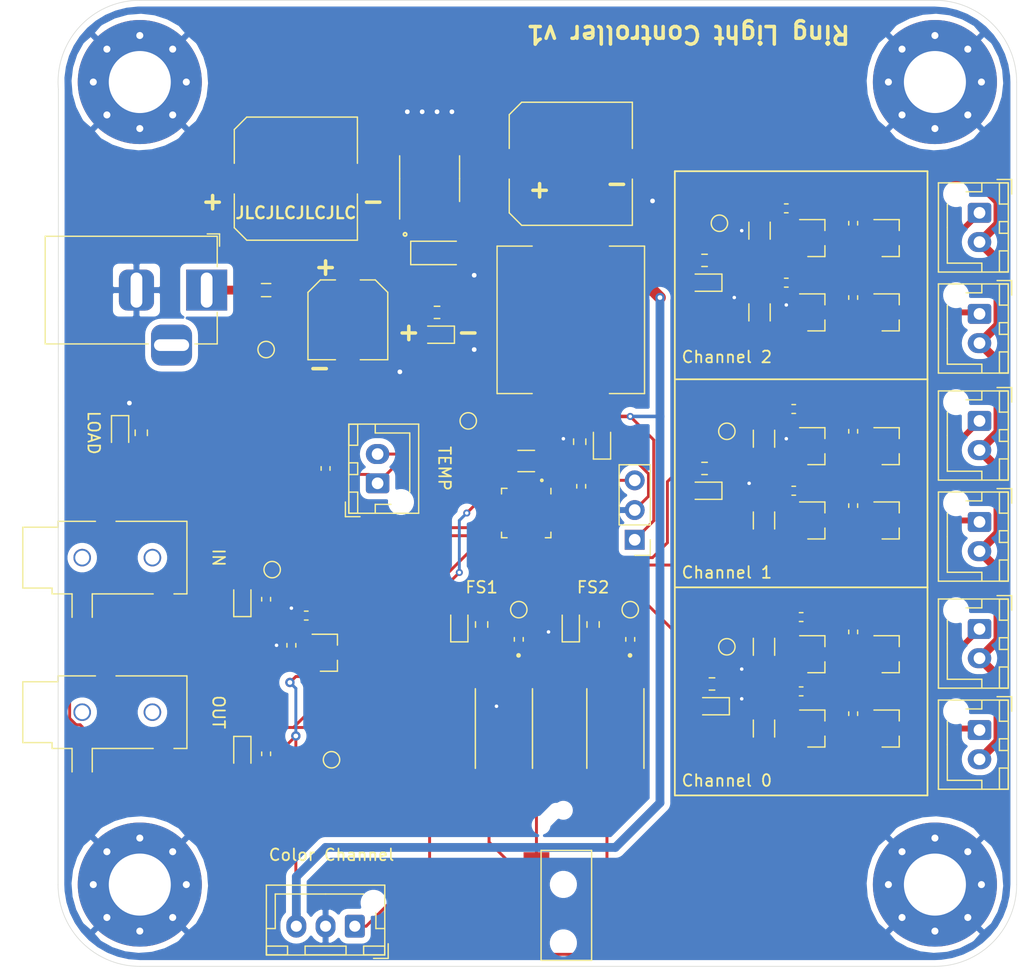
<source format=kicad_pcb>
(kicad_pcb (version 20171130) (host pcbnew 5.1.10-88a1d61d58~90~ubuntu20.04.1)
  (title_block (title "Ring Light Controller Board v1") (date 2021-07-09) (rev 5) (company "Brigham Young University"))
  (layers (0 F.Cu signal) (31 B.Cu power) (34 B.Paste user) (35 F.Paste user) (36 B.SilkS user) (37 F.SilkS user) (38 B.Mask user) (39 F.Mask user) (44 Edge.Cuts user))
  (net 0 "")
  (net 1 +5V)
  (net 2 GND)
  (net 3 +24V)
  (net 4 "Net-(D1-Pad2)")
  (net 5 "Net-(D2-Pad2)")
  (net 6 "Net-(D3-Pad2)")
  (net 7 "Net-(D4-Pad2)")
  (net 8 "Net-(D5-Pad2)")
  (net 9 "Net-(D6-Pad1)")
  (net 10 "Net-(FB1-Pad2)")
  (net 11 "Net-(J1-PadT)")
  (net 12 "Net-(J1-PadS)")
  (net 13 "Net-(J1-PadG)")
  (net 14 RX)
  (net 15 LOAD_IN)
  (net 16 LOAD_OUT)
  (net 17 TX)
  (net 18 "Net-(J9-Pad3)")
  (net 19 C_LED_CTRL)
  (net 20 "Net-(Q2-Pad3)")
  (net 21 "Net-(Q2-Pad1)")
  (net 22 "Net-(Q3-Pad1)")
  (net 23 "Net-(Q3-Pad3)")
  (net 24 "Net-(Q4-Pad2)")
  (net 25 "Net-(Q5-Pad2)")
  (net 26 "Net-(Q6-Pad1)")
  (net 27 "Net-(Q6-Pad3)")
  (net 28 "Net-(Q7-Pad1)")
  (net 29 "Net-(Q7-Pad3)")
  (net 30 "Net-(Q8-Pad2)")
  (net 31 "Net-(Q9-Pad2)")
  (net 32 "Net-(Q10-Pad1)")
  (net 33 "Net-(Q10-Pad3)")
  (net 34 "Net-(Q11-Pad1)")
  (net 35 "Net-(Q11-Pad3)")
  (net 36 "Net-(Q12-Pad2)")
  (net 37 "Net-(Q13-Pad2)")
  (net 38 INDICATOR)
  (net 39 CHN_0_CTRL)
  (net 40 CHN_1_CTRL)
  (net 41 CHN_2_CTRL)
  (net 42 "Net-(R9-Pad1)")
  (net 43 FS1)
  (net 44 "Net-(R10-Pad1)")
  (net 45 FS2)
  (net 46 TEMP_SEN)
  (net 47 PROGRAM)
  (net 48 "Net-(U1-Pad1)")
  (net 49 "Net-(U1-Pad2)")
  (net 50 "Net-(U1-Pad5)")
  (net 51 "Net-(U1-Pad8)")
  (net 52 "Net-(U1-Pad9)")
  (net 53 "Net-(U1-Pad10)")
  (net 54 "Net-(U1-Pad11)")
  (net 55 "Net-(U1-Pad19)")
  (net 56 "Net-(D7-Pad2)")
  (net 57 "Net-(D8-Pad2)")
  (net 58 "Net-(U1-Pad15)")
  (net 59 "Net-(U1-Pad16)")
  (net 60 "Net-(J4-Pad1)")
  (net 61 "Net-(J5-Pad1)")
  (net 62 "Net-(J6-Pad1)")
  (net 63 "Net-(J7-Pad1)")
  (net 64 "Net-(J10-Pad1)")
  (net 65 "Net-(J11-Pad1)")
  (net 66 "Net-(D9-Pad2)")
  (net 67 "Net-(D10-Pad2)")
  (net 68 "Net-(D11-Pad2)")
  (module justb:Jack_3.5mm_BOOMELE_C18594-SMT_Horizontal (layer F.Cu) (at 103.124 106.68 90)
    (fp_text reference J2)
    (fp_text value AudioJack3)
    (pad R smd rect (at 3.5 0 90) (size 4 1.5) (layers F.Cu F.Paste F.Mask) (net 15 LOAD_IN))
    (pad S smd rect (at -3.5 -2 90) (size 4 1.5) (layers F.Cu F.Paste F.Mask) (net 2 GND))
    (pad T smd rect (at -3.5 5 90) (size 4 1.5) (layers F.Cu F.Paste F.Mask) (net 14 RX))
    (pad "" np_thru_hole circle (at 0 -2 90) (size 1.5 1.5) (drill 1.2) (layers *.Cu *.Mask))
    (pad "" np_thru_hole circle (at 0 4 90) (size 1.5 1.5) (drill 1.2) (layers *.Cu *.Mask))
  )
  (module Resistor_SMD:R_0402_1005Metric (layer F.Cu) (at 143.764 100.584 270)
    (fp_text reference R27)
    (fp_text value 470)
    (pad 1 smd roundrect (at -0.51 0 270) (size 0.54 0.64) (layers F.Cu F.Paste F.Mask) (net 18 "Net-(J9-Pad3)"))
    (pad 2 smd roundrect (at 0.51 0 270) (size 0.54 0.64) (layers F.Cu F.Paste F.Mask) (net 47 PROGRAM))
  )
  (module Connector_JST:JST_XH_B2B-XH-AM_1x02_P2.50mm_Vertical (layer F.Cu) (at 177.8 103.632 270)
    (fp_text reference J6)
    (fp_text value CHN_1_0)
    (pad 1 thru_hole roundrect (at 0 0 270) (size 1.7 2) (drill 1) (layers *.Cu *.Mask) (roundrect_rratio 0.1470588235294118) (net 62 "Net-(J6-Pad1)"))
    (pad 2 thru_hole oval (at 2.5 0 270) (size 1.7 2) (drill 1) (layers *.Cu *.Mask) (net 3 +24V))
    (pad "" np_thru_hole circle (at -1.6 2 270) (size 1.2 1.2) (drill 1.2) (layers *.Cu *.Mask))
  )
  (module justb:Jack_2.5mm_PJ-2342-SMT (layer F.Cu) (at 142.24 141.605 180)
    (fp_text reference J1)
    (fp_text value AudioJack2_Ground)
    (pad "" np_thru_hole circle (at 0 7 180) (size 1.3 1.3) (drill 1.3) (layers *.Cu *.Mask))
    (pad "" np_thru_hole circle (at 0 2 180) (size 1.3 1.3) (drill 1.3) (layers *.Cu *.Mask))
    (pad T smd rect (at -2.3 8.5 180) (size 2.2 1.5) (layers F.Cu F.Paste F.Mask) (net 11 "Net-(J1-PadT)"))
    (pad G smd rect (at 2.3 9 180) (size 2.2 1.5) (layers F.Cu F.Paste F.Mask) (net 13 "Net-(J1-PadG)"))
    (pad S smd rect (at 2.7 1.8 180) (size 2.2 1.5) (layers F.Cu F.Paste F.Mask) (net 12 "Net-(J1-PadS)"))
    (pad S smd rect (at -2.9 2 180) (size 2.2 1.5) (layers F.Cu F.Paste F.Mask) (net 12 "Net-(J1-PadS)"))
  )
  (module Capacitor_SMD:C_1206_3216Metric (layer F.Cu) (at 139.065 98.425)
    (fp_text reference C1)
    (fp_text value 1u)
    (pad 1 smd roundrect (at -1.475 0) (size 1.15 1.8) (layers F.Cu F.Paste F.Mask) (roundrect_rratio 0.2173904347826087) (net 1 +5V))
    (pad 2 smd roundrect (at 1.475 0) (size 1.15 1.8) (layers F.Cu F.Paste F.Mask) (roundrect_rratio 0.2173904347826087) (net 2 GND))
  )
  (module Capacitor_SMD:C_Elec_10x10.2 (layer F.Cu) (at 142.875 73.025)
    (fp_text reference C2)
    (fp_text value 180u)
    (pad 1 smd roundrect (at -4.4 0) (size 4.6 2.1) (layers F.Cu F.Paste F.Mask) (roundrect_rratio 0.1190471428571429) (net 1 +5V))
    (pad 2 smd roundrect (at 4.4 0) (size 4.6 2.1) (layers F.Cu F.Paste F.Mask) (roundrect_rratio 0.1190471428571429) (net 2 GND))
  )
  (module Capacitor_SMD:C_Elec_6.3x5.4 (layer F.Cu) (at 123.825 86.36 270)
    (fp_text reference C3)
    (fp_text value 100u)
    (pad 1 smd roundrect (at -2.5375 0 270) (size 3.325 1.6) (layers F.Cu F.Paste F.Mask) (roundrect_rratio 0.15625) (net 3 +24V))
    (pad 2 smd roundrect (at 2.5375 0 270) (size 3.325 1.6) (layers F.Cu F.Paste F.Mask) (roundrect_rratio 0.15625) (net 2 GND))
  )
  (module Capacitor_SMD:C_Elec_10x10.2 (layer F.Cu) (at 119.38 74.295)
    (fp_text reference C4)
    (fp_text value 470u)
    (pad 2 smd roundrect (at 4.4 0) (size 4.6 2.1) (layers F.Cu F.Paste F.Mask) (roundrect_rratio 0.1190471428571429) (net 2 GND))
    (pad 1 smd roundrect (at -4.4 0) (size 4.6 2.1) (layers F.Cu F.Paste F.Mask) (roundrect_rratio 0.1190471428571429) (net 3 +24V))
  )
  (module LED_SMD:LED_0603_1608Metric (layer F.Cu) (at 145.542 96.774 90)
    (fp_text reference D1)
    (fp_text value Blue)
    (pad 2 smd roundrect (at 0.7875 0 90) (size 0.875 0.95) (layers F.Cu F.Paste F.Mask) (net 4 "Net-(D1-Pad2)"))
    (pad 1 smd roundrect (at -0.7875 0 90) (size 0.875 0.95) (layers F.Cu F.Paste F.Mask) (net 2 GND))
  )
  (module LED_SMD:LED_0603_1608Metric (layer F.Cu) (at 154.94 119.38 180)
    (fp_text reference D2)
    (fp_text value Green)
    (pad 1 smd roundrect (at -0.7875 0 180) (size 0.875 0.95) (layers F.Cu F.Paste F.Mask) (net 2 GND))
    (pad 2 smd roundrect (at 0.7875 0 180) (size 0.875 0.95) (layers F.Cu F.Paste F.Mask) (net 5 "Net-(D2-Pad2)"))
  )
  (module LED_SMD:LED_0603_1608Metric (layer F.Cu) (at 154.305 100.965 180)
    (fp_text reference D3)
    (fp_text value Green)
    (pad 1 smd roundrect (at -0.7875 0 180) (size 0.875 0.95) (layers F.Cu F.Paste F.Mask) (net 2 GND))
    (pad 2 smd roundrect (at 0.7875 0 180) (size 0.875 0.95) (layers F.Cu F.Paste F.Mask) (net 6 "Net-(D3-Pad2)"))
  )
  (module LED_SMD:LED_0603_1608Metric (layer F.Cu) (at 154.305 83.185 180)
    (fp_text reference D4)
    (fp_text value Green)
    (pad 2 smd roundrect (at 0.7875 0 180) (size 0.875 0.95) (layers F.Cu F.Paste F.Mask) (net 7 "Net-(D4-Pad2)"))
    (pad 1 smd roundrect (at -0.7875 0 180) (size 0.875 0.95) (layers F.Cu F.Paste F.Mask) (net 2 GND))
  )
  (module LED_SMD:LED_0603_1608Metric (layer F.Cu) (at 131.445 87.63 180)
    (fp_text reference D5)
    (fp_text value Red)
    (pad 1 smd roundrect (at -0.7875 0 180) (size 0.875 0.95) (layers F.Cu F.Paste F.Mask) (net 2 GND))
    (pad 2 smd roundrect (at 0.7875 0 180) (size 0.875 0.95) (layers F.Cu F.Paste F.Mask) (net 8 "Net-(D5-Pad2)"))
  )
  (module Diode_SMD:D_SOD-123 (layer F.Cu) (at 131.445 80.645)
    (fp_text reference D6)
    (fp_text value D_Schottky)
    (pad 1 smd rect (at -1.65 0) (size 0.9 1.2) (layers F.Cu F.Paste F.Mask) (net 9 "Net-(D6-Pad1)"))
    (pad 2 smd rect (at 1.65 0) (size 0.9 1.2) (layers F.Cu F.Paste F.Mask) (net 2 GND))
  )
  (module Inductor_SMD:L_0805_2012Metric (layer F.Cu) (at 116.84 83.82 180)
    (fp_text reference FB1)
    (fp_text value "600 @ 1MHz")
    (pad 1 smd roundrect (at -1.0625 0 180) (size 0.875 1.2) (layers F.Cu F.Paste F.Mask) (net 3 +24V))
    (pad 2 smd roundrect (at 1.0625 0 180) (size 0.875 1.2) (layers F.Cu F.Paste F.Mask) (net 10 "Net-(FB1-Pad2)"))
  )
  (module MountingHole:MountingHole_5.3mm_M5_Pad_Via (layer F.Cu) (at 173.99 134.62)
    (fp_text reference H1)
    (fp_text value MountingHole_Pad)
    (pad 1 thru_hole circle (at 2.810749 -2.810749) (size 0.9 0.9) (drill 0.6) (layers *.Cu *.Mask) (net 2 GND))
    (pad 1 thru_hole circle (at 0 -3.975) (size 0.9 0.9) (drill 0.6) (layers *.Cu *.Mask) (net 2 GND))
    (pad 1 thru_hole circle (at -2.810749 -2.810749) (size 0.9 0.9) (drill 0.6) (layers *.Cu *.Mask) (net 2 GND))
    (pad 1 thru_hole circle (at -3.975 0) (size 0.9 0.9) (drill 0.6) (layers *.Cu *.Mask) (net 2 GND))
    (pad 1 thru_hole circle (at -2.810749 2.810749) (size 0.9 0.9) (drill 0.6) (layers *.Cu *.Mask) (net 2 GND))
    (pad 1 thru_hole circle (at 0 3.975) (size 0.9 0.9) (drill 0.6) (layers *.Cu *.Mask) (net 2 GND))
    (pad 1 thru_hole circle (at 2.810749 2.810749) (size 0.9 0.9) (drill 0.6) (layers *.Cu *.Mask) (net 2 GND))
    (pad 1 thru_hole circle (at 3.975 0) (size 0.9 0.9) (drill 0.6) (layers *.Cu *.Mask) (net 2 GND))
    (pad 1 thru_hole circle (at 0 0) (size 10.6 10.6) (drill 5.3) (layers *.Cu *.Mask) (net 2 GND))
  )
  (module MountingHole:MountingHole_5.3mm_M5_Pad_Via (layer F.Cu) (at 173.99 66.04)
    (fp_text reference H2)
    (fp_text value MountingHole_Pad)
    (pad 1 thru_hole circle (at 0 0) (size 10.6 10.6) (drill 5.3) (layers *.Cu *.Mask) (net 2 GND))
    (pad 1 thru_hole circle (at 3.975 0) (size 0.9 0.9) (drill 0.6) (layers *.Cu *.Mask) (net 2 GND))
    (pad 1 thru_hole circle (at 2.810749 2.810749) (size 0.9 0.9) (drill 0.6) (layers *.Cu *.Mask) (net 2 GND))
    (pad 1 thru_hole circle (at 0 3.975) (size 0.9 0.9) (drill 0.6) (layers *.Cu *.Mask) (net 2 GND))
    (pad 1 thru_hole circle (at -2.810749 2.810749) (size 0.9 0.9) (drill 0.6) (layers *.Cu *.Mask) (net 2 GND))
    (pad 1 thru_hole circle (at -3.975 0) (size 0.9 0.9) (drill 0.6) (layers *.Cu *.Mask) (net 2 GND))
    (pad 1 thru_hole circle (at -2.810749 -2.810749) (size 0.9 0.9) (drill 0.6) (layers *.Cu *.Mask) (net 2 GND))
    (pad 1 thru_hole circle (at 0 -3.975) (size 0.9 0.9) (drill 0.6) (layers *.Cu *.Mask) (net 2 GND))
    (pad 1 thru_hole circle (at 2.810749 -2.810749) (size 0.9 0.9) (drill 0.6) (layers *.Cu *.Mask) (net 2 GND))
  )
  (module MountingHole:MountingHole_5.3mm_M5_Pad_Via (layer F.Cu) (at 106.045 66.04)
    (fp_text reference H3)
    (fp_text value MountingHole_Pad)
    (pad 1 thru_hole circle (at 2.810749 -2.810749) (size 0.9 0.9) (drill 0.6) (layers *.Cu *.Mask) (net 2 GND))
    (pad 1 thru_hole circle (at 0 -3.975) (size 0.9 0.9) (drill 0.6) (layers *.Cu *.Mask) (net 2 GND))
    (pad 1 thru_hole circle (at -2.810749 -2.810749) (size 0.9 0.9) (drill 0.6) (layers *.Cu *.Mask) (net 2 GND))
    (pad 1 thru_hole circle (at -3.975 0) (size 0.9 0.9) (drill 0.6) (layers *.Cu *.Mask) (net 2 GND))
    (pad 1 thru_hole circle (at -2.810749 2.810749) (size 0.9 0.9) (drill 0.6) (layers *.Cu *.Mask) (net 2 GND))
    (pad 1 thru_hole circle (at 0 3.975) (size 0.9 0.9) (drill 0.6) (layers *.Cu *.Mask) (net 2 GND))
    (pad 1 thru_hole circle (at 2.810749 2.810749) (size 0.9 0.9) (drill 0.6) (layers *.Cu *.Mask) (net 2 GND))
    (pad 1 thru_hole circle (at 3.975 0) (size 0.9 0.9) (drill 0.6) (layers *.Cu *.Mask) (net 2 GND))
    (pad 1 thru_hole circle (at 0 0) (size 10.6 10.6) (drill 5.3) (layers *.Cu *.Mask) (net 2 GND))
  )
  (module MountingHole:MountingHole_5.3mm_M5_Pad_Via (layer F.Cu) (at 106.045 134.62)
    (fp_text reference H4)
    (fp_text value MountingHole_Pad)
    (pad 1 thru_hole circle (at 0 0) (size 10.6 10.6) (drill 5.3) (layers *.Cu *.Mask) (net 2 GND))
    (pad 1 thru_hole circle (at 3.975 0) (size 0.9 0.9) (drill 0.6) (layers *.Cu *.Mask) (net 2 GND))
    (pad 1 thru_hole circle (at 2.810749 2.810749) (size 0.9 0.9) (drill 0.6) (layers *.Cu *.Mask) (net 2 GND))
    (pad 1 thru_hole circle (at 0 3.975) (size 0.9 0.9) (drill 0.6) (layers *.Cu *.Mask) (net 2 GND))
    (pad 1 thru_hole circle (at -2.810749 2.810749) (size 0.9 0.9) (drill 0.6) (layers *.Cu *.Mask) (net 2 GND))
    (pad 1 thru_hole circle (at -3.975 0) (size 0.9 0.9) (drill 0.6) (layers *.Cu *.Mask) (net 2 GND))
    (pad 1 thru_hole circle (at -2.810749 -2.810749) (size 0.9 0.9) (drill 0.6) (layers *.Cu *.Mask) (net 2 GND))
    (pad 1 thru_hole circle (at 0 -3.975) (size 0.9 0.9) (drill 0.6) (layers *.Cu *.Mask) (net 2 GND))
    (pad 1 thru_hole circle (at 2.810749 -2.810749) (size 0.9 0.9) (drill 0.6) (layers *.Cu *.Mask) (net 2 GND))
  )
  (module Connector_JST:JST_XH_B2B-XH-AM_1x02_P2.50mm_Vertical (layer F.Cu) (at 177.8 121.412 270)
    (fp_text reference J4)
    (fp_text value CHN_0_0)
    (pad "" np_thru_hole circle (at -1.6 2 270) (size 1.2 1.2) (drill 1.2) (layers *.Cu *.Mask))
    (pad 2 thru_hole oval (at 2.5 0 270) (size 1.7 2) (drill 1) (layers *.Cu *.Mask) (net 3 +24V))
    (pad 1 thru_hole roundrect (at 0 0 270) (size 1.7 2) (drill 1) (layers *.Cu *.Mask) (roundrect_rratio 0.1470588235294118) (net 60 "Net-(J4-Pad1)"))
  )
  (module Connector_JST:JST_XH_B2B-XH-AM_1x02_P2.50mm_Vertical (layer F.Cu) (at 177.8 112.776 270)
    (fp_text reference J5)
    (fp_text value CHN_0_1)
    (pad 1 thru_hole roundrect (at 0 0 270) (size 1.7 2) (drill 1) (layers *.Cu *.Mask) (roundrect_rratio 0.1470588235294118) (net 61 "Net-(J5-Pad1)"))
    (pad 2 thru_hole oval (at 2.5 0 270) (size 1.7 2) (drill 1) (layers *.Cu *.Mask) (net 3 +24V))
    (pad "" np_thru_hole circle (at -1.6 2 270) (size 1.2 1.2) (drill 1.2) (layers *.Cu *.Mask))
  )
  (module Connector_JST:JST_XH_B2B-XH-AM_1x02_P2.50mm_Vertical (layer F.Cu) (at 177.8 94.996 270)
    (fp_text reference J7)
    (fp_text value CHN_1_1)
    (pad "" np_thru_hole circle (at -1.6 2 270) (size 1.2 1.2) (drill 1.2) (layers *.Cu *.Mask))
    (pad 2 thru_hole oval (at 2.5 0 270) (size 1.7 2) (drill 1) (layers *.Cu *.Mask) (net 3 +24V))
    (pad 1 thru_hole roundrect (at 0 0 270) (size 1.7 2) (drill 1) (layers *.Cu *.Mask) (roundrect_rratio 0.1470588235294118) (net 63 "Net-(J7-Pad1)"))
  )
  (module Connector_BarrelJack:BarrelJack_Horizontal (layer F.Cu) (at 111.76 83.82)
    (fp_text reference J8)
    (fp_text value Barrel_Jack)
    (pad 1 thru_hole rect (at 0 0) (size 3.5 3.5) (drill oval 1 3) (layers *.Cu *.Mask) (net 10 "Net-(FB1-Pad2)"))
    (pad 2 thru_hole roundrect (at -6 0) (size 3 3.5) (drill oval 1 3) (layers *.Cu *.Mask) (net 2 GND))
    (pad 3 thru_hole roundrect (at -3 4.7) (size 3.5 3.5) (drill oval 3 1) (layers *.Cu *.Mask))
  )
  (module Connector_JST:JST_XH_B2B-XH-AM_1x02_P2.50mm_Vertical (layer F.Cu) (at 177.8 85.852 270)
    (fp_text reference J10)
    (fp_text value CHN_2_0)
    (pad "" np_thru_hole circle (at -1.6 2 270) (size 1.2 1.2) (drill 1.2) (layers *.Cu *.Mask))
    (pad 2 thru_hole oval (at 2.5 0 270) (size 1.7 2) (drill 1) (layers *.Cu *.Mask) (net 3 +24V))
    (pad 1 thru_hole roundrect (at 0 0 270) (size 1.7 2) (drill 1) (layers *.Cu *.Mask) (roundrect_rratio 0.1470588235294118) (net 64 "Net-(J10-Pad1)"))
  )
  (module Connector_JST:JST_XH_B2B-XH-AM_1x02_P2.50mm_Vertical (layer F.Cu) (at 177.8 77.216 270)
    (fp_text reference J11)
    (fp_text value CHN_2_1)
    (pad 1 thru_hole roundrect (at 0 0 270) (size 1.7 2) (drill 1) (layers *.Cu *.Mask) (roundrect_rratio 0.1470588235294118) (net 65 "Net-(J11-Pad1)"))
    (pad 2 thru_hole oval (at 2.5 0 270) (size 1.7 2) (drill 1) (layers *.Cu *.Mask) (net 3 +24V))
    (pad "" np_thru_hole circle (at -1.6 2 270) (size 1.2 1.2) (drill 1.2) (layers *.Cu *.Mask))
  )
  (module Connector_JST:JST_XH_B3B-XH-AM_1x03_P2.50mm_Vertical (layer F.Cu) (at 124.42 138.176 180)
    (fp_text reference J12)
    (fp_text value "Color LED Port")
    (pad 1 thru_hole roundrect (at 0 0 180) (size 1.7 1.95) (drill 0.95) (layers *.Cu *.Mask) (roundrect_rratio 0.1470588235294118) (net 19 C_LED_CTRL))
    (pad 2 thru_hole oval (at 2.5 0 180) (size 1.7 1.95) (drill 0.95) (layers *.Cu *.Mask) (net 2 GND))
    (pad 3 thru_hole oval (at 5 0 180) (size 1.7 1.95) (drill 0.95) (layers *.Cu *.Mask) (net 1 +5V))
    (pad "" np_thru_hole circle (at -1.6 2 180) (size 1.2 1.2) (drill 1.2) (layers *.Cu *.Mask))
  )
  (module Package_TO_SOT_SMD:SOT-23 (layer F.Cu) (at 122.174 114.808)
    (fp_text reference Q1)
    (fp_text value BSS138)
    (pad 1 smd rect (at -1 -0.95) (size 0.9 0.8) (layers F.Cu F.Paste F.Mask) (net 15 LOAD_IN))
    (pad 2 smd rect (at -1 0.95) (size 0.9 0.8) (layers F.Cu F.Paste F.Mask) (net 16 LOAD_OUT))
    (pad 3 smd rect (at 1 0) (size 0.9 0.8) (layers F.Cu F.Paste F.Mask) (net 1 +5V))
  )
  (module Package_TO_SOT_SMD:SOT-23 (layer F.Cu) (at 163.83 121.285)
    (fp_text reference Q2)
    (fp_text value MMBT5551L)
    (pad 3 smd rect (at 1 0) (size 0.9 0.8) (layers F.Cu F.Paste F.Mask) (net 20 "Net-(Q2-Pad3)"))
    (pad 2 smd rect (at -1 0.95) (size 0.9 0.8) (layers F.Cu F.Paste F.Mask) (net 2 GND))
    (pad 1 smd rect (at -1 -0.95) (size 0.9 0.8) (layers F.Cu F.Paste F.Mask) (net 21 "Net-(Q2-Pad1)"))
  )
  (module Package_TO_SOT_SMD:SOT-23 (layer F.Cu) (at 163.83 114.935)
    (fp_text reference Q3)
    (fp_text value MMBT5551L)
    (pad 1 smd rect (at -1 -0.95) (size 0.9 0.8) (layers F.Cu F.Paste F.Mask) (net 22 "Net-(Q3-Pad1)"))
    (pad 2 smd rect (at -1 0.95) (size 0.9 0.8) (layers F.Cu F.Paste F.Mask) (net 2 GND))
    (pad 3 smd rect (at 1 0) (size 0.9 0.8) (layers F.Cu F.Paste F.Mask) (net 23 "Net-(Q3-Pad3)"))
  )
  (module Package_TO_SOT_SMD:SOT-23 (layer F.Cu) (at 170.18 121.285)
    (fp_text reference Q4)
    (fp_text value MMBT5551L)
    (pad 3 smd rect (at 1 0) (size 0.9 0.8) (layers F.Cu F.Paste F.Mask) (net 60 "Net-(J4-Pad1)"))
    (pad 2 smd rect (at -1 0.95) (size 0.9 0.8) (layers F.Cu F.Paste F.Mask) (net 24 "Net-(Q4-Pad2)"))
    (pad 1 smd rect (at -1 -0.95) (size 0.9 0.8) (layers F.Cu F.Paste F.Mask) (net 20 "Net-(Q2-Pad3)"))
  )
  (module Package_TO_SOT_SMD:SOT-23 (layer F.Cu) (at 170.18 114.935)
    (fp_text reference Q5)
    (fp_text value MMBT5551L)
    (pad 3 smd rect (at 1 0) (size 0.9 0.8) (layers F.Cu F.Paste F.Mask) (net 61 "Net-(J5-Pad1)"))
    (pad 2 smd rect (at -1 0.95) (size 0.9 0.8) (layers F.Cu F.Paste F.Mask) (net 25 "Net-(Q5-Pad2)"))
    (pad 1 smd rect (at -1 -0.95) (size 0.9 0.8) (layers F.Cu F.Paste F.Mask) (net 23 "Net-(Q3-Pad3)"))
  )
  (module Package_TO_SOT_SMD:SOT-23 (layer F.Cu) (at 163.83 103.505)
    (fp_text reference Q6)
    (fp_text value MMBT5551L)
    (pad 1 smd rect (at -1 -0.95) (size 0.9 0.8) (layers F.Cu F.Paste F.Mask) (net 26 "Net-(Q6-Pad1)"))
    (pad 2 smd rect (at -1 0.95) (size 0.9 0.8) (layers F.Cu F.Paste F.Mask) (net 2 GND))
    (pad 3 smd rect (at 1 0) (size 0.9 0.8) (layers F.Cu F.Paste F.Mask) (net 27 "Net-(Q6-Pad3)"))
  )
  (module Package_TO_SOT_SMD:SOT-23 (layer F.Cu) (at 163.83 97.155)
    (fp_text reference Q7)
    (fp_text value MMBT5551L)
    (pad 1 smd rect (at -1 -0.95) (size 0.9 0.8) (layers F.Cu F.Paste F.Mask) (net 28 "Net-(Q7-Pad1)"))
    (pad 2 smd rect (at -1 0.95) (size 0.9 0.8) (layers F.Cu F.Paste F.Mask) (net 2 GND))
    (pad 3 smd rect (at 1 0) (size 0.9 0.8) (layers F.Cu F.Paste F.Mask) (net 29 "Net-(Q7-Pad3)"))
  )
  (module Package_TO_SOT_SMD:SOT-23 (layer F.Cu) (at 170.18 103.505)
    (fp_text reference Q8)
    (fp_text value MMBT5551L)
    (pad 1 smd rect (at -1 -0.95) (size 0.9 0.8) (layers F.Cu F.Paste F.Mask) (net 27 "Net-(Q6-Pad3)"))
    (pad 2 smd rect (at -1 0.95) (size 0.9 0.8) (layers F.Cu F.Paste F.Mask) (net 30 "Net-(Q8-Pad2)"))
    (pad 3 smd rect (at 1 0) (size 0.9 0.8) (layers F.Cu F.Paste F.Mask) (net 62 "Net-(J6-Pad1)"))
  )
  (module Package_TO_SOT_SMD:SOT-23 (layer F.Cu) (at 170.18 97.155)
    (fp_text reference Q9)
    (fp_text value MMBT5551L)
    (pad 3 smd rect (at 1 0) (size 0.9 0.8) (layers F.Cu F.Paste F.Mask) (net 63 "Net-(J7-Pad1)"))
    (pad 2 smd rect (at -1 0.95) (size 0.9 0.8) (layers F.Cu F.Paste F.Mask) (net 31 "Net-(Q9-Pad2)"))
    (pad 1 smd rect (at -1 -0.95) (size 0.9 0.8) (layers F.Cu F.Paste F.Mask) (net 29 "Net-(Q7-Pad3)"))
  )
  (module Package_TO_SOT_SMD:SOT-23 (layer F.Cu) (at 163.83 85.725)
    (fp_text reference Q10)
    (fp_text value MMBT5551L)
    (pad 1 smd rect (at -1 -0.95) (size 0.9 0.8) (layers F.Cu F.Paste F.Mask) (net 32 "Net-(Q10-Pad1)"))
    (pad 2 smd rect (at -1 0.95) (size 0.9 0.8) (layers F.Cu F.Paste F.Mask) (net 2 GND))
    (pad 3 smd rect (at 1 0) (size 0.9 0.8) (layers F.Cu F.Paste F.Mask) (net 33 "Net-(Q10-Pad3)"))
  )
  (module Package_TO_SOT_SMD:SOT-23 (layer F.Cu) (at 163.83 79.375)
    (fp_text reference Q11)
    (fp_text value MMBT5551L)
    (pad 1 smd rect (at -1 -0.95) (size 0.9 0.8) (layers F.Cu F.Paste F.Mask) (net 34 "Net-(Q11-Pad1)"))
    (pad 2 smd rect (at -1 0.95) (size 0.9 0.8) (layers F.Cu F.Paste F.Mask) (net 2 GND))
    (pad 3 smd rect (at 1 0) (size 0.9 0.8) (layers F.Cu F.Paste F.Mask) (net 35 "Net-(Q11-Pad3)"))
  )
  (module Package_TO_SOT_SMD:SOT-23 (layer F.Cu) (at 170.18 85.725)
    (fp_text reference Q12)
    (fp_text value MMBT5551L)
    (pad 3 smd rect (at 1 0) (size 0.9 0.8) (layers F.Cu F.Paste F.Mask) (net 64 "Net-(J10-Pad1)"))
    (pad 2 smd rect (at -1 0.95) (size 0.9 0.8) (layers F.Cu F.Paste F.Mask) (net 36 "Net-(Q12-Pad2)"))
    (pad 1 smd rect (at -1 -0.95) (size 0.9 0.8) (layers F.Cu F.Paste F.Mask) (net 33 "Net-(Q10-Pad3)"))
  )
  (module Package_TO_SOT_SMD:SOT-23 (layer F.Cu) (at 170.18 79.375)
    (fp_text reference Q13)
    (fp_text value MMBT5551L)
    (pad 3 smd rect (at 1 0) (size 0.9 0.8) (layers F.Cu F.Paste F.Mask) (net 65 "Net-(J11-Pad1)"))
    (pad 2 smd rect (at -1 0.95) (size 0.9 0.8) (layers F.Cu F.Paste F.Mask) (net 37 "Net-(Q13-Pad2)"))
    (pad 1 smd rect (at -1 -0.95) (size 0.9 0.8) (layers F.Cu F.Paste F.Mask) (net 35 "Net-(Q11-Pad3)"))
  )
  (module Resistor_SMD:R_0603_1608Metric (layer F.Cu) (at 143.637 96.774 270)
    (fp_text reference R1)
    (fp_text value 1k)
    (pad 2 smd roundrect (at 0.825 0 270) (size 0.8 0.95) (layers F.Cu F.Paste F.Mask) (net 38 INDICATOR))
    (pad 1 smd roundrect (at -0.825 0 270) (size 0.8 0.95) (layers F.Cu F.Paste F.Mask) (net 4 "Net-(D1-Pad2)"))
  )
  (module Resistor_SMD:R_0603_1608Metric (layer F.Cu) (at 154.94 117.475)
    (fp_text reference R2)
    (fp_text value 1k)
    (pad 2 smd roundrect (at 0.825 0) (size 0.8 0.95) (layers F.Cu F.Paste F.Mask) (net 39 CHN_0_CTRL))
    (pad 1 smd roundrect (at -0.825 0) (size 0.8 0.95) (layers F.Cu F.Paste F.Mask) (net 5 "Net-(D2-Pad2)"))
  )
  (module Resistor_SMD:R_0603_1608Metric (layer F.Cu) (at 154.305 99.06)
    (fp_text reference R3)
    (fp_text value 1k)
    (pad 1 smd roundrect (at -0.825 0) (size 0.8 0.95) (layers F.Cu F.Paste F.Mask) (net 6 "Net-(D3-Pad2)"))
    (pad 2 smd roundrect (at 0.825 0) (size 0.8 0.95) (layers F.Cu F.Paste F.Mask) (net 40 CHN_1_CTRL))
  )
  (module Resistor_SMD:R_0603_1608Metric (layer F.Cu) (at 154.305 81.28)
    (fp_text reference R4)
    (fp_text value 1k)
    (pad 2 smd roundrect (at 0.825 0) (size 0.8 0.95) (layers F.Cu F.Paste F.Mask) (net 41 CHN_2_CTRL))
    (pad 1 smd roundrect (at -0.825 0) (size 0.8 0.95) (layers F.Cu F.Paste F.Mask) (net 7 "Net-(D4-Pad2)"))
  )
  (module Resistor_SMD:R_0603_1608Metric (layer F.Cu) (at 131.445 85.725)
    (fp_text reference R5)
    (fp_text value 1k)
    (pad 1 smd roundrect (at -0.825 0) (size 0.8 0.95) (layers F.Cu F.Paste F.Mask) (net 8 "Net-(D5-Pad2)"))
    (pad 2 smd roundrect (at 0.825 0) (size 0.8 0.95) (layers F.Cu F.Paste F.Mask) (net 1 +5V))
  )
  (module Resistor_SMD:R_0402_1005Metric (layer F.Cu) (at 120.269 111.633)
    (fp_text reference R7)
    (fp_text value 1k)
    (pad 2 smd roundrect (at 0.51 0) (size 0.54 0.64) (layers F.Cu F.Paste F.Mask) (net 15 LOAD_IN))
    (pad 1 smd roundrect (at -0.51 0) (size 0.54 0.64) (layers F.Cu F.Paste F.Mask) (net 2 GND))
  )
  (module Resistor_SMD:R_0402_1005Metric (layer F.Cu) (at 138.43 113.665 90)
    (fp_text reference R9)
    (fp_text value 200)
    (pad 1 smd roundrect (at -0.51 0 90) (size 0.54 0.64) (layers F.Cu F.Paste F.Mask) (net 42 "Net-(R9-Pad1)"))
    (pad 2 smd roundrect (at 0.51 0 90) (size 0.54 0.64) (layers F.Cu F.Paste F.Mask) (net 43 FS1))
  )
  (module Resistor_SMD:R_0402_1005Metric (layer F.Cu) (at 147.955 113.665 90)
    (fp_text reference R10)
    (fp_text value 200)
    (pad 1 smd roundrect (at -0.51 0 90) (size 0.54 0.64) (layers F.Cu F.Paste F.Mask) (net 44 "Net-(R10-Pad1)"))
    (pad 2 smd roundrect (at 0.51 0 90) (size 0.54 0.64) (layers F.Cu F.Paste F.Mask) (net 45 FS2))
  )
  (module Resistor_SMD:R_0402_1005Metric (layer F.Cu) (at 118.999 114.173 270)
    (fp_text reference R11)
    (fp_text value 1k)
    (pad 2 smd roundrect (at 0.51 0 270) (size 0.54 0.64) (layers F.Cu F.Paste F.Mask) (net 16 LOAD_OUT))
    (pad 1 smd roundrect (at -0.51 0 270) (size 0.54 0.64) (layers F.Cu F.Paste F.Mask) (net 2 GND))
  )
  (module Resistor_SMD:R_0402_1005Metric (layer F.Cu) (at 121.92 99.06 270)
    (fp_text reference R12)
    (fp_text value 100k)
    (pad 2 smd roundrect (at 0.51 0 270) (size 0.54 0.64) (layers F.Cu F.Paste F.Mask) (net 46 TEMP_SEN))
    (pad 1 smd roundrect (at -0.51 0 270) (size 0.54 0.64) (layers F.Cu F.Paste F.Mask) (net 2 GND))
  )
  (module Resistor_SMD:R_0402_1005Metric (layer F.Cu) (at 167.005 120.015 270)
    (fp_text reference R13)
    (fp_text value 1k)
    (pad 1 smd roundrect (at -0.51 0 270) (size 0.54 0.64) (layers F.Cu F.Paste F.Mask) (net 39 CHN_0_CTRL))
    (pad 2 smd roundrect (at 0.51 0 270) (size 0.54 0.64) (layers F.Cu F.Paste F.Mask) (net 20 "Net-(Q2-Pad3)"))
  )
  (module Resistor_SMD:R_0402_1005Metric (layer F.Cu) (at 167.005 113.03 270)
    (fp_text reference R14)
    (fp_text value 1k)
    (pad 1 smd roundrect (at -0.51 0 270) (size 0.54 0.64) (layers F.Cu F.Paste F.Mask) (net 39 CHN_0_CTRL))
    (pad 2 smd roundrect (at 0.51 0 270) (size 0.54 0.64) (layers F.Cu F.Paste F.Mask) (net 23 "Net-(Q3-Pad3)"))
  )
  (module Resistor_SMD:R_0402_1005Metric (layer F.Cu) (at 162.56 118.11)
    (fp_text reference R15)
    (fp_text value 1k)
    (pad 2 smd roundrect (at 0.51 0) (size 0.54 0.64) (layers F.Cu F.Paste F.Mask) (net 21 "Net-(Q2-Pad1)"))
    (pad 1 smd roundrect (at -0.51 0) (size 0.54 0.64) (layers F.Cu F.Paste F.Mask) (net 24 "Net-(Q4-Pad2)"))
  )
  (module Resistor_SMD:R_0402_1005Metric (layer F.Cu) (at 162.56 111.76)
    (fp_text reference R16)
    (fp_text value 1k)
    (pad 2 smd roundrect (at 0.51 0) (size 0.54 0.64) (layers F.Cu F.Paste F.Mask) (net 22 "Net-(Q3-Pad1)"))
    (pad 1 smd roundrect (at -0.51 0) (size 0.54 0.64) (layers F.Cu F.Paste F.Mask) (net 25 "Net-(Q5-Pad2)"))
  )
  (module Resistor_SMD:R_0402_1005Metric (layer F.Cu) (at 167.005 102.235 270)
    (fp_text reference R19)
    (fp_text value 1k)
    (pad 1 smd roundrect (at -0.51 0 270) (size 0.54 0.64) (layers F.Cu F.Paste F.Mask) (net 40 CHN_1_CTRL))
    (pad 2 smd roundrect (at 0.51 0 270) (size 0.54 0.64) (layers F.Cu F.Paste F.Mask) (net 27 "Net-(Q6-Pad3)"))
  )
  (module Resistor_SMD:R_0402_1005Metric (layer F.Cu) (at 167.005 95.885 270)
    (fp_text reference R20)
    (fp_text value 1k)
    (pad 1 smd roundrect (at -0.51 0 270) (size 0.54 0.64) (layers F.Cu F.Paste F.Mask) (net 40 CHN_1_CTRL))
    (pad 2 smd roundrect (at 0.51 0 270) (size 0.54 0.64) (layers F.Cu F.Paste F.Mask) (net 29 "Net-(Q7-Pad3)"))
  )
  (module Resistor_SMD:R_0402_1005Metric (layer F.Cu) (at 161.925 100.965)
    (fp_text reference R21)
    (fp_text value 1k)
    (pad 2 smd roundrect (at 0.51 0) (size 0.54 0.64) (layers F.Cu F.Paste F.Mask) (net 26 "Net-(Q6-Pad1)"))
    (pad 1 smd roundrect (at -0.51 0) (size 0.54 0.64) (layers F.Cu F.Paste F.Mask) (net 30 "Net-(Q8-Pad2)"))
  )
  (module Resistor_SMD:R_0402_1005Metric (layer F.Cu) (at 161.925 93.98)
    (fp_text reference R22)
    (fp_text value 1k)
    (pad 2 smd roundrect (at 0.51 0) (size 0.54 0.64) (layers F.Cu F.Paste F.Mask) (net 28 "Net-(Q7-Pad1)"))
    (pad 1 smd roundrect (at -0.51 0) (size 0.54 0.64) (layers F.Cu F.Paste F.Mask) (net 31 "Net-(Q9-Pad2)"))
  )
  (module Resistor_SMD:R_0402_1005Metric (layer F.Cu) (at 167.005 84.455 270)
    (fp_text reference R25)
    (fp_text value 1k)
    (pad 2 smd roundrect (at 0.51 0 270) (size 0.54 0.64) (layers F.Cu F.Paste F.Mask) (net 33 "Net-(Q10-Pad3)"))
    (pad 1 smd roundrect (at -0.51 0 270) (size 0.54 0.64) (layers F.Cu F.Paste F.Mask) (net 41 CHN_2_CTRL))
  )
  (module Resistor_SMD:R_0402_1005Metric (layer F.Cu) (at 167.005 78.105 270)
    (fp_text reference R26)
    (fp_text value 1k)
    (pad 1 smd roundrect (at -0.51 0 270) (size 0.54 0.64) (layers F.Cu F.Paste F.Mask) (net 41 CHN_2_CTRL))
    (pad 2 smd roundrect (at 0.51 0 270) (size 0.54 0.64) (layers F.Cu F.Paste F.Mask) (net 35 "Net-(Q11-Pad3)"))
  )
  (module Resistor_SMD:R_0402_1005Metric (layer F.Cu) (at 161.29 83.185)
    (fp_text reference R28)
    (fp_text value 1k)
    (pad 1 smd roundrect (at -0.51 0) (size 0.54 0.64) (layers F.Cu F.Paste F.Mask) (net 36 "Net-(Q12-Pad2)"))
    (pad 2 smd roundrect (at 0.51 0) (size 0.54 0.64) (layers F.Cu F.Paste F.Mask) (net 32 "Net-(Q10-Pad1)"))
  )
  (module Resistor_SMD:R_0402_1005Metric (layer F.Cu) (at 161.29 76.835)
    (fp_text reference R29)
    (fp_text value 1k)
    (pad 2 smd roundrect (at 0.51 0) (size 0.54 0.64) (layers F.Cu F.Paste F.Mask) (net 34 "Net-(Q11-Pad1)"))
    (pad 1 smd roundrect (at -0.51 0) (size 0.54 0.64) (layers F.Cu F.Paste F.Mask) (net 37 "Net-(Q13-Pad2)"))
  )
  (module TestPoint:TestPoint_Pad_D1.0mm (layer F.Cu) (at 138.43 111.125 180)
    (fp_text reference TP4)
    (fp_text value TestPoint)
    (pad 1 smd circle (at 0 0 180) (size 1 1) (layers F.Cu F.Mask) (net 43 FS1))
  )
  (module TestPoint:TestPoint_Pad_D1.0mm (layer F.Cu) (at 147.955 111.125 180)
    (fp_text reference TP5)
    (fp_text value TestPoint)
    (pad 1 smd circle (at 0 0 180) (size 1 1) (layers F.Cu F.Mask) (net 45 FS2))
  )
  (module TestPoint:TestPoint_Pad_D1.0mm (layer F.Cu) (at 156.21 114.3)
    (fp_text reference TP10)
    (fp_text value TestPoint)
    (pad 1 smd circle (at 0 0) (size 1 1) (layers F.Cu F.Mask) (net 39 CHN_0_CTRL))
  )
  (module TestPoint:TestPoint_Pad_D1.0mm (layer F.Cu) (at 156.21 95.885)
    (fp_text reference TP12)
    (fp_text value TestPoint)
    (pad 1 smd circle (at 0 0) (size 1 1) (layers F.Cu F.Mask) (net 40 CHN_1_CTRL))
  )
  (module TestPoint:TestPoint_Pad_D1.0mm (layer F.Cu) (at 155.575 78.105)
    (fp_text reference TP14)
    (fp_text value TestPoint)
    (pad 1 smd circle (at 0 0) (size 1 1) (layers F.Cu F.Mask) (net 41 CHN_2_CTRL))
  )
  (module Package_DFN_QFN:QFN-24-1EP_4x4mm_P0.5mm_EP2.6x2.6mm (layer F.Cu) (at 139.065 102.87 270)
    (fp_text reference U1)
    (fp_text value ATtiny1607-M)
    (pad 1 smd roundrect (at -1.9375 -1.25 270) (size 0.825 0.25) (layers F.Cu F.Paste F.Mask) (net 48 "Net-(U1-Pad1)"))
    (pad 2 smd roundrect (at -1.9375 -0.75 270) (size 0.825 0.25) (layers F.Cu F.Paste F.Mask) (net 49 "Net-(U1-Pad2)"))
    (pad 3 smd roundrect (at -1.9375 -0.25 270) (size 0.825 0.25) (layers F.Cu F.Paste F.Mask) (net 2 GND))
    (pad 4 smd roundrect (at -1.9375 0.25 270) (size 0.825 0.25) (layers F.Cu F.Paste F.Mask) (net 1 +5V))
    (pad 5 smd roundrect (at -1.9375 0.75 270) (size 0.825 0.25) (layers F.Cu F.Paste F.Mask) (net 50 "Net-(U1-Pad5)"))
    (pad 6 smd roundrect (at -1.9375 1.25 270) (size 0.825 0.25) (layers F.Cu F.Paste F.Mask) (net 46 TEMP_SEN))
    (pad 7 smd roundrect (at -1.25 1.9375 270) (size 0.25 0.825) (layers F.Cu F.Paste F.Mask) (net 19 C_LED_CTRL))
    (pad 8 smd roundrect (at -0.75 1.9375 270) (size 0.25 0.825) (layers F.Cu F.Paste F.Mask) (net 51 "Net-(U1-Pad8)"))
    (pad 9 smd roundrect (at -0.25 1.9375 270) (size 0.25 0.825) (layers F.Cu F.Paste F.Mask) (net 52 "Net-(U1-Pad9)"))
    (pad 10 smd roundrect (at 0.25 1.9375 270) (size 0.25 0.825) (layers F.Cu F.Paste F.Mask) (net 53 "Net-(U1-Pad10)"))
    (pad 11 smd roundrect (at 0.75 1.9375 270) (size 0.25 0.825) (layers F.Cu F.Paste F.Mask) (net 54 "Net-(U1-Pad11)"))
    (pad 12 smd roundrect (at 1.25 1.9375 270) (size 0.25 0.825) (layers F.Cu F.Paste F.Mask) (net 15 LOAD_IN))
    (pad 13 smd roundrect (at 1.9375 1.25 270) (size 0.825 0.25) (layers F.Cu F.Paste F.Mask) (net 14 RX))
    (pad 14 smd roundrect (at 1.9375 0.75 270) (size 0.825 0.25) (layers F.Cu F.Paste F.Mask) (net 17 TX))
    (pad 15 smd roundrect (at 1.9375 0.25 270) (size 0.825 0.25) (layers F.Cu F.Paste F.Mask) (net 58 "Net-(U1-Pad15)"))
    (pad 16 smd roundrect (at 1.9375 -0.25 270) (size 0.825 0.25) (layers F.Cu F.Paste F.Mask) (net 59 "Net-(U1-Pad16)"))
    (pad 17 smd roundrect (at 1.9375 -0.75 270) (size 0.825 0.25) (layers F.Cu F.Paste F.Mask) (net 43 FS1))
    (pad 18 smd roundrect (at 1.9375 -1.25 270) (size 0.825 0.25) (layers F.Cu F.Paste F.Mask) (net 45 FS2))
    (pad 19 smd roundrect (at 1.25 -1.9375 270) (size 0.25 0.825) (layers F.Cu F.Paste F.Mask) (net 55 "Net-(U1-Pad19)"))
    (pad 20 smd roundrect (at 0.75 -1.9375 270) (size 0.25 0.825) (layers F.Cu F.Paste F.Mask) (net 39 CHN_0_CTRL))
    (pad 21 smd roundrect (at 0.25 -1.9375 270) (size 0.25 0.825) (layers F.Cu F.Paste F.Mask) (net 40 CHN_1_CTRL))
    (pad 22 smd roundrect (at -0.25 -1.9375 270) (size 0.25 0.825) (layers F.Cu F.Paste F.Mask) (net 41 CHN_2_CTRL))
    (pad 23 smd roundrect (at -0.75 -1.9375 270) (size 0.25 0.825) (layers F.Cu F.Paste F.Mask) (net 47 PROGRAM))
    (pad 24 smd roundrect (at -1.25 -1.9375 270) (size 0.25 0.825) (layers F.Cu F.Paste F.Mask) (net 38 INDICATOR))
    (pad 25 smd rect (at 0 0 270) (size 2.6 2.6) (layers F.Cu F.Mask) (net 2 GND))
  )
  (module Package_SO:SOP-8_3.9x4.9mm_P1.27mm (layer F.Cu) (at 130.81 74.295 90)
    (fp_text reference U4)
    (fp_text value XL1509_Buck_Converter)
    (pad 1 smd roundrect (at -2.625 -1.905 90) (size 1.65 0.6) (layers F.Cu F.Paste F.Mask) (net 3 +24V))
    (pad 2 smd roundrect (at -2.625 -0.635 90) (size 1.65 0.6) (layers F.Cu F.Paste F.Mask) (net 9 "Net-(D6-Pad1)"))
    (pad 3 smd roundrect (at -2.625 0.635 90) (size 1.65 0.6) (layers F.Cu F.Paste F.Mask) (net 1 +5V))
    (pad 4 smd roundrect (at -2.625 1.905 90) (size 1.65 0.6) (layers F.Cu F.Paste F.Mask) (net 2 GND))
    (pad 5 smd roundrect (at 2.625 1.905 90) (size 1.65 0.6) (layers F.Cu F.Paste F.Mask) (net 2 GND))
    (pad 6 smd roundrect (at 2.625 0.635 90) (size 1.65 0.6) (layers F.Cu F.Paste F.Mask) (net 2 GND))
    (pad 7 smd roundrect (at 2.625 -0.635 90) (size 1.65 0.6) (layers F.Cu F.Paste F.Mask) (net 2 GND))
    (pad 8 smd roundrect (at 2.625 -1.905 90) (size 1.65 0.6) (layers F.Cu F.Paste F.Mask) (net 2 GND))
  )
  (module EL817S1_C__TU_:SOIC254P1030X390-4N (layer F.Cu) (at 137.16 121.285 270)
    (fp_text reference U2)
    (fp_text value EL817)
    (pad 4 smd rect (at 4.85 -1.27 270) (size 1.41 1.47) (layers F.Cu F.Paste F.Mask) (net 13 "Net-(J1-PadG)"))
    (pad 3 smd rect (at 4.85 1.27 270) (size 1.41 1.47) (layers F.Cu F.Paste F.Mask) (net 11 "Net-(J1-PadT)"))
    (pad 2 smd rect (at -4.85 1.27 270) (size 1.41 1.47) (layers F.Cu F.Paste F.Mask) (net 2 GND))
    (pad 1 smd rect (at -4.85 -1.27 270) (size 1.41 1.47) (layers F.Cu F.Paste F.Mask) (net 42 "Net-(R9-Pad1)"))
  )
  (module EL817S1_C__TU_:SOIC254P1030X390-4N (layer F.Cu) (at 146.685 121.285 270)
    (fp_text reference U3)
    (fp_text value EL817)
    (pad 1 smd rect (at -4.85 -1.27 270) (size 1.41 1.47) (layers F.Cu F.Paste F.Mask) (net 44 "Net-(R10-Pad1)"))
    (pad 2 smd rect (at -4.85 1.27 270) (size 1.41 1.47) (layers F.Cu F.Paste F.Mask) (net 2 GND))
    (pad 3 smd rect (at 4.85 1.27 270) (size 1.41 1.47) (layers F.Cu F.Paste F.Mask) (net 12 "Net-(J1-PadS)"))
    (pad 4 smd rect (at 4.85 -1.27 270) (size 1.41 1.47) (layers F.Cu F.Paste F.Mask) (net 13 "Net-(J1-PadG)"))
  )
  (module LED_SMD:LED_0603_1608Metric (layer F.Cu) (at 133.35 112.395 90)
    (fp_text reference D7)
    (fp_text value Green)
    (pad 2 smd roundrect (at 0.7875 0 90) (size 0.875 0.95) (layers F.Cu F.Paste F.Mask) (net 56 "Net-(D7-Pad2)"))
    (pad 1 smd roundrect (at -0.7875 0 90) (size 0.875 0.95) (layers F.Cu F.Paste F.Mask) (net 2 GND))
  )
  (module LED_SMD:LED_0603_1608Metric (layer F.Cu) (at 142.875 112.395 90)
    (fp_text reference D8)
    (fp_text value Green)
    (pad 1 smd roundrect (at -0.7875 0 90) (size 0.875 0.95) (layers F.Cu F.Paste F.Mask) (net 2 GND))
    (pad 2 smd roundrect (at 0.7875 0 90) (size 0.875 0.95) (layers F.Cu F.Paste F.Mask) (net 57 "Net-(D8-Pad2)"))
  )
  (module Resistor_SMD:R_0603_1608Metric (layer F.Cu) (at 135.255 112.395 270)
    (fp_text reference R32)
    (fp_text value 1k)
    (pad 1 smd roundrect (at -0.825 0 270) (size 0.8 0.95) (layers F.Cu F.Paste F.Mask) (net 56 "Net-(D7-Pad2)"))
    (pad 2 smd roundrect (at 0.825 0 270) (size 0.8 0.95) (layers F.Cu F.Paste F.Mask) (net 43 FS1))
  )
  (module Resistor_SMD:R_0603_1608Metric (layer F.Cu) (at 144.78 112.395 270)
    (fp_text reference R33)
    (fp_text value 1k)
    (pad 2 smd roundrect (at 0.825 0 270) (size 0.8 0.95) (layers F.Cu F.Paste F.Mask) (net 45 FS2))
    (pad 1 smd roundrect (at -0.825 0 270) (size 0.8 0.95) (layers F.Cu F.Paste F.Mask) (net 57 "Net-(D8-Pad2)"))
  )
  (module Connector_JST:JST_XH_B2B-XH-AM_1x02_P2.50mm_Vertical (layer F.Cu) (at 126.365 100.33 90)
    (fp_text reference J13)
    (fp_text value Conn_01x02)
    (pad 1 thru_hole roundrect (at 0 0 90) (size 1.7 2) (drill 1) (layers *.Cu *.Mask) (roundrect_rratio 0.1470588235294118) (net 46 TEMP_SEN))
    (pad 2 thru_hole oval (at 2.5 0 90) (size 1.7 2) (drill 1) (layers *.Cu *.Mask) (net 1 +5V))
    (pad "" np_thru_hole circle (at -1.6 2 90) (size 1.2 1.2) (drill 1.2) (layers *.Cu *.Mask))
  )
  (module TestPoint:TestPoint_Pad_D1.0mm (layer F.Cu) (at 134.112 94.996)
    (fp_text reference TP1)
    (fp_text value TestPoint)
    (pad 1 smd circle (at 0 0) (size 1 1) (layers F.Cu F.Mask) (net 1 +5V))
  )
  (module justb:L_SUNLORD_SWRB1205S_12.5x12.5mm_H6mm (layer F.Cu) (at 142.875 86.36 270)
    (fp_text reference L1)
    (fp_text value 68uH)
    (pad 1 smd rect (at -4.45 0 270) (size 2.9 5.4) (layers F.Cu F.Paste F.Mask) (net 1 +5V))
    (pad 2 smd rect (at 4.45 0 270) (size 2.9 5.4) (layers F.Cu F.Paste F.Mask) (net 9 "Net-(D6-Pad1)"))
  )
  (module Resistor_SMD:R_1206_3216Metric (layer F.Cu) (at 159.385 121.285 270)
    (fp_text reference R17)
    (fp_text value 2.3)
    (pad 2 smd roundrect (at 1.4625 0 270) (size 1.125 1.75) (layers F.Cu F.Paste F.Mask) (roundrect_rratio 0.2222204444444444) (net 2 GND))
    (pad 1 smd roundrect (at -1.4625 0 270) (size 1.125 1.75) (layers F.Cu F.Paste F.Mask) (roundrect_rratio 0.2222204444444444) (net 24 "Net-(Q4-Pad2)"))
  )
  (module Resistor_SMD:R_1206_3216Metric (layer F.Cu) (at 159.385 114.3 270)
    (fp_text reference R18)
    (fp_text value 2.3)
    (pad 1 smd roundrect (at -1.4625 0 270) (size 1.125 1.75) (layers F.Cu F.Paste F.Mask) (roundrect_rratio 0.2222204444444444) (net 25 "Net-(Q5-Pad2)"))
    (pad 2 smd roundrect (at 1.4625 0 270) (size 1.125 1.75) (layers F.Cu F.Paste F.Mask) (roundrect_rratio 0.2222204444444444) (net 2 GND))
  )
  (module Resistor_SMD:R_1206_3216Metric (layer F.Cu) (at 159.385 103.505 270)
    (fp_text reference R23)
    (fp_text value 2.3)
    (pad 1 smd roundrect (at -1.4625 0 270) (size 1.125 1.75) (layers F.Cu F.Paste F.Mask) (roundrect_rratio 0.2222204444444444) (net 30 "Net-(Q8-Pad2)"))
    (pad 2 smd roundrect (at 1.4625 0 270) (size 1.125 1.75) (layers F.Cu F.Paste F.Mask) (roundrect_rratio 0.2222204444444444) (net 2 GND))
  )
  (module Resistor_SMD:R_1206_3216Metric (layer F.Cu) (at 159.385 96.52 270)
    (fp_text reference R24)
    (fp_text value 2.3)
    (pad 2 smd roundrect (at 1.4625 0 270) (size 1.125 1.75) (layers F.Cu F.Paste F.Mask) (roundrect_rratio 0.2222204444444444) (net 2 GND))
    (pad 1 smd roundrect (at -1.4625 0 270) (size 1.125 1.75) (layers F.Cu F.Paste F.Mask) (roundrect_rratio 0.2222204444444444) (net 31 "Net-(Q9-Pad2)"))
  )
  (module Resistor_SMD:R_1206_3216Metric (layer F.Cu) (at 159.004 85.725 270)
    (fp_text reference R30)
    (fp_text value 2.3)
    (pad 2 smd roundrect (at 1.4625 0 270) (size 1.125 1.75) (layers F.Cu F.Paste F.Mask) (roundrect_rratio 0.2222204444444444) (net 2 GND))
    (pad 1 smd roundrect (at -1.4625 0 270) (size 1.125 1.75) (layers F.Cu F.Paste F.Mask) (roundrect_rratio 0.2222204444444444) (net 36 "Net-(Q12-Pad2)"))
  )
  (module Resistor_SMD:R_1206_3216Metric (layer F.Cu) (at 159.004 78.74 270)
    (fp_text reference R31)
    (fp_text value 2.3)
    (pad 1 smd roundrect (at -1.4625 0 270) (size 1.125 1.75) (layers F.Cu F.Paste F.Mask) (roundrect_rratio 0.2222204444444444) (net 37 "Net-(Q13-Pad2)"))
    (pad 2 smd roundrect (at 1.4625 0 270) (size 1.125 1.75) (layers F.Cu F.Paste F.Mask) (roundrect_rratio 0.2222204444444444) (net 2 GND))
  )
  (module Connector_PinHeader_2.54mm:PinHeader_1x03_P2.54mm_Vertical (layer F.Cu) (at 148.336 105.156 180)
    (fp_text reference J9)
    (fp_text value "Program Port")
    (pad 1 thru_hole rect (at 0 0 180) (size 1.7 1.7) (drill 1) (layers *.Cu *.Mask) (net 1 +5V))
    (pad 2 thru_hole oval (at 0 2.54 180) (size 1.7 1.7) (drill 1) (layers *.Cu *.Mask) (net 2 GND))
    (pad 3 thru_hole oval (at 0 5.08 180) (size 1.7 1.7) (drill 1) (layers *.Cu *.Mask) (net 18 "Net-(J9-Pad3)"))
  )
  (module justb:Jack_3.5mm_BOOMELE_C18594-SMT_Horizontal (layer F.Cu) (at 103.124 119.888 90)
    (fp_text reference J3)
    (fp_text value AudioJack3)
    (pad "" np_thru_hole circle (at 0 4 90) (size 1.5 1.5) (drill 1.2) (layers *.Cu *.Mask))
    (pad "" np_thru_hole circle (at 0 -2 90) (size 1.5 1.5) (drill 1.2) (layers *.Cu *.Mask))
    (pad T smd rect (at -3.5 5 90) (size 4 1.5) (layers F.Cu F.Paste F.Mask) (net 17 TX))
    (pad S smd rect (at -3.5 -2 90) (size 4 1.5) (layers F.Cu F.Paste F.Mask) (net 2 GND))
    (pad R smd rect (at 3.5 0 90) (size 4 1.5) (layers F.Cu F.Paste F.Mask) (net 16 LOAD_OUT))
  )
  (module TestPoint:TestPoint_Pad_D1.0mm (layer F.Cu) (at 117.357001 107.705001)
    (fp_text reference TP2)
    (fp_text value TestPoint)
    (pad 1 smd circle (at 0 0) (size 1 1) (layers F.Cu F.Mask) (net 14 RX))
  )
  (module TestPoint:TestPoint_Pad_D1.0mm (layer F.Cu) (at 122.428 123.952)
    (fp_text reference TP3)
    (fp_text value TestPoint)
    (pad 1 smd circle (at 0 0) (size 1 1) (layers F.Cu F.Mask) (net 17 TX))
  )
  (module TestPoint:TestPoint_Pad_D1.0mm (layer F.Cu) (at 116.84 88.9)
    (fp_text reference TP6)
    (fp_text value TestPoint)
    (pad 1 smd circle (at 0 0) (size 1 1) (layers F.Cu F.Mask) (net 3 +24V))
  )
  (module LED_SMD:LED_0603_1608Metric (layer F.Cu) (at 104.360999 96.033001 270)
    (fp_text reference D9)
    (fp_text value Green)
    (pad 1 smd roundrect (at -0.7875 0 270) (size 0.875 0.95) (layers F.Cu F.Paste F.Mask) (net 2 GND))
    (pad 2 smd roundrect (at 0.7875 0 270) (size 0.875 0.95) (layers F.Cu F.Paste F.Mask) (net 66 "Net-(D9-Pad2)"))
  )
  (module Resistor_SMD:R_0603_1608Metric (layer F.Cu) (at 106.172 96.012 270)
    (fp_text reference R6)
    (fp_text value 1k)
    (pad 1 smd roundrect (at -0.825 0 270) (size 0.8 0.95) (layers F.Cu F.Paste F.Mask) (net 66 "Net-(D9-Pad2)"))
    (pad 2 smd roundrect (at 0.825 0 270) (size 0.8 0.95) (layers F.Cu F.Paste F.Mask) (net 15 LOAD_IN))
  )
  (module LED_SMD:LED_0603_1608Metric (layer F.Cu) (at 114.808 110.236 90)
    (fp_text reference D10)
    (fp_text value Green)
    (pad 2 smd roundrect (at 0.7875 0 90) (size 0.875 0.95) (layers F.Cu F.Paste F.Mask) (net 67 "Net-(D10-Pad2)"))
    (pad 1 smd roundrect (at -0.7875 0 90) (size 0.875 0.95) (layers F.Cu F.Paste F.Mask) (net 14 RX))
  )
  (module LED_SMD:LED_0603_1608Metric (layer F.Cu) (at 114.808 123.444 270)
    (fp_text reference D11)
    (fp_text value Green)
    (pad 1 smd roundrect (at -0.7875 0 270) (size 0.875 0.95) (layers F.Cu F.Paste F.Mask) (net 17 TX))
    (pad 2 smd roundrect (at 0.7875 0 270) (size 0.875 0.95) (layers F.Cu F.Paste F.Mask) (net 68 "Net-(D11-Pad2)"))
  )
  (module Resistor_SMD:R_0402_1005Metric (layer F.Cu) (at 116.84 110.236 270)
    (fp_text reference R8)
    (fp_text value 1k)
    (pad 2 smd roundrect (at 0.51 0 270) (size 0.54 0.64) (layers F.Cu F.Paste F.Mask) (net 1 +5V))
    (pad 1 smd roundrect (at -0.51 0 270) (size 0.54 0.64) (layers F.Cu F.Paste F.Mask) (net 67 "Net-(D10-Pad2)"))
  )
  (module Resistor_SMD:R_0402_1005Metric (layer F.Cu) (at 116.84 123.444 90)
    (fp_text reference R34)
    (fp_text value 1k)
    (pad 1 smd roundrect (at -0.51 0 90) (size 0.54 0.64) (layers F.Cu F.Paste F.Mask) (net 68 "Net-(D11-Pad2)"))
    (pad 2 smd roundrect (at 0.51 0 90) (size 0.54 0.64) (layers F.Cu F.Paste F.Mask) (net 1 +5V))
  )
  (gr_text LOAD (at 102.108 96.012 270) (layer F.SilkS) (effects (font (size 1 1))))
  (gr_line (start 173.355 73.66) (end 173.355 91.44) (layer F.SilkS) (width 0.15))
  (gr_text + (at 121.92 81.788) (layer F.SilkS) (effects (font (size 1.5 1.5) (thickness 0.3))))
  (gr_text - (at 121.412 90.424) (layer F.SilkS) (effects (font (size 1.5 1.5) (thickness 0.3))))
  (gr_text + (at 129.032 87.376) (layer F.SilkS) (effects (font (size 1.5 1.5) (thickness 0.3))))
  (gr_text + (at 140.208 75.184) (layer F.SilkS) (effects (font (size 1.5 1.5) (thickness 0.3))))
  (gr_text + (at 112.268 76.2) (layer F.SilkS) (effects (font (size 1.5 1.5) (thickness 0.3))))
  (gr_text - (at 134.112 87.376) (layer F.SilkS) (effects (font (size 1.5 1.5) (thickness 0.3))))
  (gr_text - (at 146.812 74.676) (layer F.SilkS) (effects (font (size 1.5 1.5) (thickness 0.3))))
  (gr_text - (at 125.984 76.2) (layer F.SilkS) (effects (font (size 1.5 1.5) (thickness 0.3))))
  (gr_text "Color Channel" (at 122.428 132.08) (layer F.SilkS) (effects (font (size 1 1))))
  (gr_text JLCJLCJLCJLC (at 119.38 77.216) (layer F.SilkS) (effects (font (size 1 1) (thickness 0.2))))
  (gr_text "Ring Light Controller v1" (at 152.908 61.976 180) (layer F.SilkS) (effects (font (size 1.5 1.5) (thickness 0.3))))
  (gr_circle (center 128.7145 79.0575) (end 128.85649 79.0575) (layer F.SilkS) (width 0.15))
  (gr_circle (center 140.3985 100.076) (end 140.488303 100.076) (layer F.SilkS) (width 0.15))
  (gr_arc (start 106.045 134.62) (end 99.06 134.62) (angle -90) (layer Edge.Cuts) (width 0.05))
  (gr_arc (start 106.045 66.04) (end 106.045 59.055) (angle -95.19442891) (layer Edge.Cuts) (width 0.05))
  (gr_arc (start 173.99 66.04) (end 180.975 66.04) (angle -90) (layer Edge.Cuts) (width 0.05))
  (gr_arc (start 173.99 134.62) (end 173.99 141.605) (angle -90) (layer Edge.Cuts) (width 0.05))
  (gr_line (start 99.06 134.62) (end 99.088686 66.672392) (layer Edge.Cuts) (width 0.05))
  (gr_line (start 173.99 141.605) (end 106.045 141.605) (layer Edge.Cuts) (width 0.05))
  (gr_line (start 180.975 66.04) (end 180.975 134.62) (layer Edge.Cuts) (width 0.05))
  (gr_line (start 106.045 59.055) (end 173.99 59.055) (layer Edge.Cuts) (width 0.05))
  (gr_text TEMP (at 132.08 99.06 270) (layer F.SilkS) (effects (font (size 1 1))))
  (gr_text OUT (at 112.776 119.888 270) (layer F.SilkS) (effects (font (size 1 1))))
  (gr_text IN (at 112.776 106.68 270) (layer F.SilkS) (effects (font (size 1 1))))
  (gr_text "FS2\n" (at 144.78 109.22) (layer F.SilkS) (effects (font (size 1 1))))
  (gr_text "FS1\n" (at 135.255 109.22) (layer F.SilkS) (effects (font (size 1 1))))
  (gr_text "Channel 2" (at 156.21 89.535) (layer F.SilkS) (effects (font (size 1 1))))
  (gr_text "Channel 1" (at 156.21 107.95) (layer F.SilkS) (effects (font (size 1 1))))
  (gr_text "Channel 0" (at 156.21 125.73) (layer F.SilkS) (effects (font (size 1 1))))
  (gr_line (start 173.355 127) (end 173.355 109.22) (layer F.SilkS) (width 0.15))
  (gr_line (start 151.765 127) (end 173.355 127) (layer F.SilkS) (width 0.15))
  (gr_line (start 151.765 109.22) (end 151.765 127) (layer F.SilkS) (width 0.15))
  (gr_line (start 151.765 109.22) (end 151.765 91.44) (layer F.SilkS) (width 0.15))
  (gr_line (start 173.355 109.22) (end 151.765 109.22) (layer F.SilkS) (width 0.15))
  (gr_line (start 173.355 91.44) (end 173.355 109.22) (layer F.SilkS) (width 0.15))
  (gr_line (start 151.765 73.66) (end 173.355 73.66) (layer F.SilkS) (width 0.15))
  (gr_line (start 151.765 91.44) (end 151.765 73.66) (layer F.SilkS) (width 0.15))
  (gr_line (start 173.355 91.44) (end 151.765 91.44) (layer F.SilkS) (width 0.15))
  (segment (start 138.815 99.65) (end 138.815 100.9325) (width 0.25) (layer F.Cu) (net 1))
  (segment (start 137.59 98.425) (end 138.815 99.65) (width 0.25) (layer F.Cu) (net 1))
  (segment (start 136.995 97.83) (end 137.59 98.425) (width 0.25) (layer F.Cu) (net 1))
  (segment (start 126.365 97.83) (end 136.995 97.83) (width 0.25) (layer F.Cu) (net 1))
  (segment (start 134.0075 77.4925) (end 138.475 73.025) (width 0.75) (layer F.Cu) (net 1))
  (segment (start 133.17999 78.32001) (end 134.0075 77.4925) (width 0.75) (layer F.Cu) (net 1))
  (segment (start 132.264688 78.32001) (end 133.17999 78.32001) (width 0.75) (layer F.Cu) (net 1))
  (segment (start 131.445 77.500322) (end 132.264688 78.32001) (width 0.75) (layer F.Cu) (net 1))
  (segment (start 131.445 76.92) (end 131.445 77.500322) (width 0.75) (layer F.Cu) (net 1))
  (segment (start 132.069999 79.430001) (end 133.17999 78.32001) (width 0.75) (layer F.Cu) (net 1))
  (segment (start 132.069999 85.524999) (end 132.069999 79.430001) (width 0.75) (layer F.Cu) (net 1))
  (segment (start 132.27 85.725) (end 132.069999 85.524999) (width 0.75) (layer F.Cu) (net 1))
  (segment (start 150.495 84.455) (end 150.495 84.455) (width 0.75) (layer F.Cu) (net 1))
  (via (at 150.495 84.455) (size 0.8) (drill 0.4) (layers F.Cu B.Cu) (net 1))
  (segment (start 150.495 127.635) (end 146.685 131.445) (width 0.75) (layer B.Cu) (net 1))
  (segment (start 146.685 131.445) (end 121.92 131.445) (width 0.75) (layer B.Cu) (net 1))
  (segment (start 119.42 133.945) (end 119.42 137.16) (width 0.75) (layer B.Cu) (net 1))
  (segment (start 121.92 131.445) (end 119.42 133.945) (width 0.75) (layer B.Cu) (net 1))
  (segment (start 131.445 77.677098) (end 131.445 76.92) (width 1) (layer F.Cu) (net 1))
  (segment (start 132.212912 78.44501) (end 131.445 77.677098) (width 1) (layer F.Cu) (net 1))
  (segment (start 134.10499 78.44501) (end 132.212912 78.44501) (width 1) (layer F.Cu) (net 1))
  (segment (start 138.475 74.075) (end 134.10499 78.44501) (width 1) (layer F.Cu) (net 1))
  (segment (start 138.475 73.025) (end 138.475 74.075) (width 1) (layer F.Cu) (net 1))
  (segment (start 131.944999 78.712923) (end 132.212912 78.44501) (width 1) (layer F.Cu) (net 1))
  (segment (start 131.944999 85.399999) (end 131.944999 78.712923) (width 1) (layer F.Cu) (net 1))
  (segment (start 132.27 85.725) (end 131.944999 85.399999) (width 1) (layer F.Cu) (net 1))
  (segment (start 138.475 77.01) (end 142.875 81.41) (width 1) (layer F.Cu) (net 1))
  (segment (start 138.475 73.025) (end 138.475 77.01) (width 1) (layer F.Cu) (net 1))
  (segment (start 142.875 81.41) (end 147.45 81.41) (width 1) (layer F.Cu) (net 1))
  (segment (start 150.495 94.615) (end 147.955 94.615) (width 0.3) (layer B.Cu) (net 1))
  (segment (start 150.495 84.455) (end 150.495 94.615) (width 0.75) (layer B.Cu) (net 1))
  (segment (start 150.495 94.615) (end 150.495 127.635) (width 0.75) (layer B.Cu) (net 1))
  (segment (start 147.955 94.615) (end 147.955 94.615) (width 0.3) (layer B.Cu) (net 1))
  (via (at 147.955 94.615) (size 0.6) (drill 0.3) (layers F.Cu B.Cu) (net 1))
  (segment (start 141.4 94.615) (end 137.59 98.425) (width 0.3) (layer F.Cu) (net 1))
  (segment (start 147.955 94.615) (end 141.4 94.615) (width 0.3) (layer F.Cu) (net 1))
  (segment (start 137.541 98.425) (end 137.59 98.425) (width 0.3) (layer F.Cu) (net 1))
  (segment (start 134.112 94.996) (end 137.541 98.425) (width 0.3) (layer F.Cu) (net 1))
  (segment (start 146.95 81.91) (end 147.45 81.41) (width 0.5) (layer F.Cu) (net 1))
  (segment (start 142.875 81.91) (end 146.95 81.91) (width 0.5) (layer F.Cu) (net 1))
  (segment (start 147.95 81.91) (end 149.098 83.058) (width 0.5) (layer F.Cu) (net 1))
  (segment (start 146.95 81.91) (end 147.95 81.91) (width 0.5) (layer F.Cu) (net 1))
  (segment (start 149.098 83.058) (end 150.495 84.455) (width 1) (layer F.Cu) (net 1))
  (segment (start 147.45 81.41) (end 149.098 83.058) (width 1) (layer F.Cu) (net 1))
  (segment (start 119.42 137.16) (end 119.42 138.176) (width 0.75) (layer B.Cu) (net 1))
  (segment (start 149.961011 96.621011) (end 147.955 94.615) (width 0.25) (layer F.Cu) (net 1))
  (segment (start 149.961011 103.530989) (end 149.961011 96.621011) (width 0.25) (layer F.Cu) (net 1))
  (segment (start 148.336 105.156) (end 149.961011 103.530989) (width 0.25) (layer F.Cu) (net 1))
  (segment (start 123.174 115.458) (end 121.792 116.84) (width 0.25) (layer F.Cu) (net 1))
  (segment (start 123.174 114.808) (end 123.174 115.458) (width 0.25) (layer F.Cu) (net 1))
  (segment (start 121.792 116.84) (end 119.888 116.84) (width 0.25) (layer F.Cu) (net 1))
  (segment (start 119.888 116.84) (end 119.38 116.84) (width 0.25) (layer F.Cu) (net 1))
  (via (at 118.872 117.348) (size 0.8) (drill 0.4) (layers F.Cu B.Cu) (net 1))
  (segment (start 119.38 116.84) (end 118.872 117.348) (width 0.25) (layer F.Cu) (net 1))
  (segment (start 118.872 117.348) (end 119.38 117.856) (width 0.25) (layer B.Cu) (net 1))
  (via (at 119.38 121.92) (size 0.8) (drill 0.4) (layers F.Cu B.Cu) (net 1))
  (segment (start 119.38 117.856) (end 119.38 121.92) (width 0.25) (layer B.Cu) (net 1))
  (segment (start 119.38 138.136) (end 119.42 138.176) (width 0.25) (layer F.Cu) (net 1))
  (segment (start 119.38 121.92) (end 119.38 138.136) (width 0.25) (layer F.Cu) (net 1))
  (segment (start 118.366 122.934) (end 119.38 121.92) (width 0.25) (layer F.Cu) (net 1))
  (segment (start 116.84 122.934) (end 118.366 122.934) (width 0.25) (layer F.Cu) (net 1))
  (segment (start 120.039544 109.92299) (end 123.174 113.057446) (width 0.25) (layer F.Cu) (net 1))
  (segment (start 123.174 113.057446) (end 123.174 114.808) (width 0.25) (layer F.Cu) (net 1))
  (segment (start 117.66301 109.92299) (end 120.039544 109.92299) (width 0.25) (layer F.Cu) (net 1))
  (segment (start 116.84 110.746) (end 117.66301 109.92299) (width 0.25) (layer F.Cu) (net 1))
  (segment (start 139.315 99.65) (end 139.315 100.9325) (width 0.25) (layer F.Cu) (net 2))
  (segment (start 140.54 98.425) (end 139.315 99.65) (width 0.25) (layer F.Cu) (net 2))
  (segment (start 128.905 71.67) (end 130.175 71.67) (width 0.75) (layer F.Cu) (net 2))
  (segment (start 130.175 71.67) (end 131.445 71.67) (width 0.75) (layer F.Cu) (net 2))
  (segment (start 131.445 71.67) (end 132.715 71.67) (width 0.75) (layer F.Cu) (net 2))
  (segment (start 134.62 88.9) (end 134.62 88.9) (width 0.75) (layer F.Cu) (net 2))
  (via (at 134.62 88.9) (size 0.8) (drill 0.4) (layers F.Cu B.Cu) (net 2))
  (segment (start 132.715 68.58) (end 132.715 68.58) (width 0.75) (layer F.Cu) (net 2))
  (via (at 132.715 68.58) (size 0.8) (drill 0.4) (layers F.Cu B.Cu) (net 2))
  (segment (start 131.445 68.58) (end 131.445 68.58) (width 0.75) (layer F.Cu) (net 2))
  (via (at 131.445 68.58) (size 0.8) (drill 0.4) (layers F.Cu B.Cu) (net 2))
  (segment (start 130.175 68.58) (end 130.175 68.58) (width 0.75) (layer F.Cu) (net 2))
  (via (at 130.175 68.58) (size 0.8) (drill 0.4) (layers F.Cu B.Cu) (net 2))
  (segment (start 128.905 68.58) (end 128.905 68.58) (width 0.75) (layer F.Cu) (net 2))
  (via (at 128.905 68.58) (size 0.8) (drill 0.4) (layers F.Cu B.Cu) (net 2))
  (segment (start 133.095 80.645) (end 133.095 81.025) (width 0.75) (layer F.Cu) (net 2))
  (segment (start 133.095 81.025) (end 134.62 82.55) (width 0.75) (layer F.Cu) (net 2))
  (segment (start 134.62 82.55) (end 134.62 82.55) (width 0.75) (layer F.Cu) (net 2))
  (via (at 134.62 82.55) (size 0.8) (drill 0.4) (layers F.Cu B.Cu) (net 2))
  (segment (start 123.825 88.8975) (end 126.3625 88.8975) (width 0.75) (layer F.Cu) (net 2))
  (segment (start 126.3625 88.8975) (end 128.27 90.805) (width 0.75) (layer F.Cu) (net 2))
  (segment (start 128.27 90.805) (end 128.27 90.805) (width 0.75) (layer F.Cu) (net 2))
  (via (at 128.27 90.805) (size 0.8) (drill 0.4) (layers F.Cu B.Cu) (net 2))
  (segment (start 145.542 97.5615) (end 145.6945 97.5615) (width 0.3) (layer F.Cu) (net 2))
  (segment (start 126.28 74.295) (end 128.905 71.67) (width 1) (layer F.Cu) (net 2))
  (segment (start 123.78 74.295) (end 126.28 74.295) (width 1) (layer F.Cu) (net 2))
  (segment (start 128.905 71.67) (end 132.715 71.67) (width 1) (layer F.Cu) (net 2))
  (segment (start 128.905 71.67) (end 128.905 68.58) (width 1) (layer F.Cu) (net 2))
  (segment (start 130.175 71.67) (end 130.175 68.58) (width 1) (layer F.Cu) (net 2))
  (segment (start 131.445 71.67) (end 131.445 68.58) (width 1) (layer F.Cu) (net 2))
  (segment (start 132.715 71.67) (end 132.715 68.58) (width 1) (layer F.Cu) (net 2))
  (segment (start 132.715 76.92) (end 132.715 71.67) (width 1) (layer F.Cu) (net 2))
  (segment (start 133.5025 88.9) (end 132.2325 87.63) (width 1) (layer F.Cu) (net 2))
  (segment (start 134.62 88.9) (end 133.5025 88.9) (width 1) (layer F.Cu) (net 2))
  (segment (start 133.145009 81.075009) (end 133.145009 80.645) (width 1) (layer F.Cu) (net 2))
  (segment (start 134.62 82.55) (end 133.145009 81.075009) (width 1) (layer F.Cu) (net 2))
  (segment (start 159.51 80.325) (end 159.385 80.2) (width 0.5) (layer F.Cu) (net 2))
  (segment (start 162.83 80.325) (end 159.51 80.325) (width 0.5) (layer F.Cu) (net 2))
  (segment (start 162.705 86.55) (end 162.83 86.675) (width 0.5) (layer F.Cu) (net 2))
  (segment (start 160.845 86.55) (end 160.845 85.535) (width 0.5) (layer F.Cu) (net 2))
  (segment (start 159.385 86.55) (end 160.845 86.55) (width 0.5) (layer F.Cu) (net 2))
  (segment (start 160.845 86.55) (end 162.705 86.55) (width 0.5) (layer F.Cu) (net 2))
  (segment (start 160.845 85.535) (end 161.29 85.09) (width 0.5) (layer F.Cu) (net 2))
  (segment (start 161.29 85.09) (end 161.29 85.09) (width 0.5) (layer F.Cu) (net 2))
  (segment (start 147.275 73.025) (end 149.86 75.61) (width 1) (layer F.Cu) (net 2))
  (segment (start 149.86 75.61) (end 149.86 76.2) (width 1) (layer F.Cu) (net 2))
  (segment (start 149.86 76.2) (end 149.86 76.2) (width 1) (layer F.Cu) (net 2))
  (via (at 149.86 76.2) (size 0.8) (drill 0.4) (layers F.Cu B.Cu) (net 2))
  (segment (start 159.385 80.2) (end 158.94 80.2) (width 0.5) (layer F.Cu) (net 2))
  (segment (start 158.94 80.2) (end 157.48 78.74) (width 0.5) (layer F.Cu) (net 2))
  (segment (start 157.48 78.74) (end 157.48 78.74) (width 0.5) (layer F.Cu) (net 2))
  (segment (start 155.0925 83.185) (end 155.575 83.185) (width 0.5) (layer F.Cu) (net 2))
  (segment (start 155.575 83.185) (end 156.845 84.455) (width 0.5) (layer F.Cu) (net 2))
  (segment (start 156.845 84.455) (end 156.845 84.455) (width 0.5) (layer F.Cu) (net 2))
  (segment (start 123.825 96.645) (end 121.92 98.55) (width 0.3) (layer F.Cu) (net 2))
  (segment (start 123.825 88.8975) (end 123.825 96.645) (width 0.3) (layer F.Cu) (net 2))
  (segment (start 157.48 78.74) (end 157.48 78.74) (width 0.5) (layer F.Cu) (net 2))
  (via (at 157.48 78.74) (size 0.6) (drill 0.3) (layers F.Cu B.Cu) (net 2))
  (segment (start 156.845 84.455) (end 156.845 84.455) (width 0.5) (layer F.Cu) (net 2))
  (via (at 156.845 84.455) (size 0.6) (drill 0.3) (layers F.Cu B.Cu) (net 2))
  (segment (start 161.29 85.09) (end 161.29 85.09) (width 0.5) (layer F.Cu) (net 2))
  (via (at 161.29 85.09) (size 0.6) (drill 0.3) (layers F.Cu B.Cu) (net 2))
  (segment (start 159.51 98.105) (end 159.385 97.98) (width 0.5) (layer F.Cu) (net 2))
  (via (at 158.115 100.33) (size 0.6) (drill 0.3) (layers F.Cu B.Cu) (net 2))
  (segment (start 157.48 100.965) (end 158.115 100.33) (width 0.5) (layer F.Cu) (net 2))
  (segment (start 160.97 96.84) (end 161.29 96.52) (width 0.5) (layer F.Cu) (net 2))
  (segment (start 160.97 98.105) (end 160.97 96.84) (width 0.5) (layer F.Cu) (net 2))
  (segment (start 162.83 98.105) (end 160.97 98.105) (width 0.5) (layer F.Cu) (net 2))
  (via (at 161.29 96.52) (size 0.6) (drill 0.3) (layers F.Cu B.Cu) (net 2))
  (segment (start 160.97 98.105) (end 159.51 98.105) (width 0.5) (layer F.Cu) (net 2))
  (segment (start 133.35 113.895) (end 135.89 116.435) (width 0.25) (layer F.Cu) (net 2))
  (segment (start 133.35 113.1825) (end 133.35 113.895) (width 0.25) (layer F.Cu) (net 2))
  (segment (start 142.875 113.895) (end 145.415 116.435) (width 0.25) (layer F.Cu) (net 2))
  (segment (start 142.875 113.1825) (end 142.875 113.895) (width 0.25) (layer F.Cu) (net 2))
  (segment (start 139.315 102.62) (end 139.065 102.87) (width 0.25) (layer F.Cu) (net 2))
  (segment (start 139.315 100.9325) (end 139.315 102.62) (width 0.25) (layer F.Cu) (net 2))
  (segment (start 159.51 115.885) (end 159.385 115.76) (width 0.5) (layer F.Cu) (net 2))
  (segment (start 162.83 115.885) (end 159.51 115.885) (width 0.5) (layer F.Cu) (net 2))
  (via (at 157.48 116.205) (size 0.6) (drill 0.3) (layers F.Cu B.Cu) (net 2))
  (segment (start 157.925 115.76) (end 157.48 116.205) (width 0.5) (layer F.Cu) (net 2))
  (segment (start 159.385 115.76) (end 157.925 115.76) (width 0.5) (layer F.Cu) (net 2))
  (via (at 157.48 118.745) (size 0.6) (drill 0.3) (layers F.Cu B.Cu) (net 2))
  (segment (start 156.845 119.38) (end 157.48 118.745) (width 0.5) (layer F.Cu) (net 2))
  (segment (start 155.7275 119.38) (end 156.845 119.38) (width 0.5) (layer F.Cu) (net 2))
  (via (at 140.97 113.03) (size 0.6) (drill 0.3) (layers F.Cu B.Cu) (net 2))
  (segment (start 141.1225 113.1825) (end 140.97 113.03) (width 0.25) (layer F.Cu) (net 2))
  (segment (start 142.875 113.1825) (end 141.1225 113.1825) (width 0.25) (layer F.Cu) (net 2))
  (via (at 136.525 119.38) (size 0.6) (drill 0.3) (layers F.Cu B.Cu) (net 2))
  (segment (start 135.89 118.745) (end 136.525 119.38) (width 0.25) (layer F.Cu) (net 2))
  (segment (start 135.89 116.435) (end 135.89 118.745) (width 0.25) (layer F.Cu) (net 2))
  (via (at 117.729 114.173) (size 0.6) (drill 0.3) (layers F.Cu B.Cu) (net 2))
  (segment (start 118.239 113.663) (end 117.729 114.173) (width 0.25) (layer F.Cu) (net 2))
  (segment (start 118.999 113.663) (end 118.239 113.663) (width 0.25) (layer F.Cu) (net 2))
  (via (at 118.999 110.998) (size 0.6) (drill 0.3) (layers F.Cu B.Cu) (net 2))
  (segment (start 119.634 111.633) (end 118.999 110.998) (width 0.25) (layer F.Cu) (net 2))
  (segment (start 119.759 111.633) (end 119.634 111.633) (width 0.25) (layer F.Cu) (net 2))
  (via (at 142.24 96.52) (size 0.6) (drill 0.3) (layers F.Cu B.Cu) (net 2))
  (segment (start 140.54 98.22) (end 142.24 96.52) (width 0.3) (layer F.Cu) (net 2))
  (segment (start 140.54 98.425) (end 140.54 98.22) (width 0.3) (layer F.Cu) (net 2))
  (segment (start 157.353 102.9355) (end 157.353 100.965) (width 0.5) (layer F.Cu) (net 2))
  (segment (start 159.385 104.9675) (end 157.353 102.9355) (width 0.5) (layer F.Cu) (net 2))
  (segment (start 157.353 100.965) (end 157.48 100.965) (width 0.5) (layer F.Cu) (net 2))
  (segment (start 155.0925 100.965) (end 157.353 100.965) (width 0.5) (layer F.Cu) (net 2))
  (segment (start 159.8975 104.455) (end 159.385 104.9675) (width 0.5) (layer F.Cu) (net 2))
  (segment (start 162.83 104.455) (end 159.8975 104.455) (width 0.5) (layer F.Cu) (net 2))
  (segment (start 162.3175 122.7475) (end 162.83 122.235) (width 0.5) (layer F.Cu) (net 2))
  (segment (start 159.385 122.7475) (end 162.3175 122.7475) (width 0.5) (layer F.Cu) (net 2))
  (segment (start 159.385 121.92) (end 156.845 119.38) (width 0.5) (layer F.Cu) (net 2))
  (segment (start 159.385 122.7475) (end 159.385 121.92) (width 0.5) (layer F.Cu) (net 2))
  (segment (start 142.59399 96.87399) (end 142.24 96.52) (width 0.25) (layer F.Cu) (net 2))
  (segment (start 144.85449 96.87399) (end 142.59399 96.87399) (width 0.25) (layer F.Cu) (net 2))
  (segment (start 145.542 97.5615) (end 144.85449 96.87399) (width 0.25) (layer F.Cu) (net 2))
  (segment (start 147.560502 97.5615) (end 145.542 97.5615) (width 0.25) (layer F.Cu) (net 2))
  (segment (start 149.511001 101.440999) (end 149.511001 99.511999) (width 0.25) (layer F.Cu) (net 2))
  (segment (start 149.511001 99.511999) (end 147.560502 97.5615) (width 0.25) (layer F.Cu) (net 2))
  (segment (start 148.336 102.616) (end 149.511001 101.440999) (width 0.25) (layer F.Cu) (net 2))
  (segment (start 101.124 129.699) (end 106.045 134.62) (width 0.25) (layer F.Cu) (net 2))
  (segment (start 101.124 123.388) (end 101.124 129.699) (width 0.25) (layer F.Cu) (net 2))
  (segment (start 100.048999 111.255001) (end 101.124 110.18) (width 0.25) (layer F.Cu) (net 2))
  (segment (start 100.048999 120.404001) (end 100.048999 111.255001) (width 0.25) (layer F.Cu) (net 2))
  (segment (start 100.949001 120.963001) (end 100.607999 120.963001) (width 0.25) (layer F.Cu) (net 2))
  (segment (start 101.124 121.138) (end 100.949001 120.963001) (width 0.25) (layer F.Cu) (net 2))
  (segment (start 100.607999 120.963001) (end 100.048999 120.404001) (width 0.25) (layer F.Cu) (net 2))
  (segment (start 101.124 123.388) (end 101.124 121.138) (width 0.25) (layer F.Cu) (net 2))
  (segment (start 104.360999 95.245501) (end 104.360999 94.267001) (width 0.25) (layer F.Cu) (net 2))
  (via (at 105.156 93.472) (size 0.8) (drill 0.4) (layers F.Cu B.Cu) (net 2))
  (segment (start 104.360999 94.267001) (end 105.156 93.472) (width 0.25) (layer F.Cu) (net 2))
  (segment (start 159.385 86.55) (end 159.322 86.55) (width 0.25) (layer F.Cu) (net 2))
  (segment (start 159.004 86.868) (end 159.004 87.1875) (width 0.25) (layer F.Cu) (net 2))
  (segment (start 159.322 86.55) (end 159.004 86.868) (width 0.25) (layer F.Cu) (net 2))
  (segment (start 123.8225 83.82) (end 123.825 83.8225) (width 0.75) (layer F.Cu) (net 3))
  (segment (start 117.9025 83.82) (end 123.8225 83.82) (width 0.75) (layer F.Cu) (net 3))
  (segment (start 114.98 80.8975) (end 117.9025 83.82) (width 0.75) (layer F.Cu) (net 3))
  (segment (start 114.98 74.295) (end 114.98 80.8975) (width 0.75) (layer F.Cu) (net 3))
  (segment (start 128.905 78.7425) (end 123.825 83.8225) (width 1) (layer F.Cu) (net 3))
  (segment (start 128.905 76.92) (end 128.905 78.7425) (width 1) (layer F.Cu) (net 3))
  (segment (start 158.115 74.295) (end 151.32499 67.50499) (width 0.75) (layer F.Cu) (net 3))
  (segment (start 151.32499 67.50499) (end 121.77001 67.50499) (width 0.75) (layer F.Cu) (net 3))
  (segment (start 121.77001 67.50499) (end 114.98 74.295) (width 0.75) (layer F.Cu) (net 3))
  (segment (start 179.37501 76.25101) (end 179.37501 78.157734) (width 0.75) (layer F.Cu) (net 3))
  (segment (start 177.816744 79.716) (end 177.8 79.716) (width 0.75) (layer F.Cu) (net 3))
  (segment (start 179.37501 78.157734) (end 177.816744 79.716) (width 0.75) (layer F.Cu) (net 3))
  (segment (start 177.419 74.295) (end 179.37501 76.25101) (width 0.75) (layer F.Cu) (net 3))
  (segment (start 177.419 74.295) (end 158.115 74.295) (width 0.75) (layer F.Cu) (net 3))
  (segment (start 177.816744 88.352) (end 177.8 88.352) (width 0.75) (layer F.Cu) (net 3))
  (segment (start 179.37501 86.793734) (end 177.816744 88.352) (width 0.75) (layer F.Cu) (net 3))
  (segment (start 179.37501 81.29101) (end 179.37501 86.793734) (width 0.75) (layer F.Cu) (net 3))
  (segment (start 177.8 79.716) (end 179.37501 81.29101) (width 0.75) (layer F.Cu) (net 3))
  (segment (start 177.816744 97.496) (end 177.8 97.496) (width 0.75) (layer F.Cu) (net 3))
  (segment (start 179.37501 95.937734) (end 177.816744 97.496) (width 0.75) (layer F.Cu) (net 3))
  (segment (start 179.37501 89.92701) (end 179.37501 95.937734) (width 0.75) (layer F.Cu) (net 3))
  (segment (start 177.8 88.352) (end 179.37501 89.92701) (width 0.75) (layer F.Cu) (net 3))
  (segment (start 177.816744 106.132) (end 177.8 106.132) (width 0.75) (layer F.Cu) (net 3))
  (segment (start 179.37501 104.573734) (end 177.816744 106.132) (width 0.75) (layer F.Cu) (net 3))
  (segment (start 179.37501 99.07101) (end 179.37501 104.573734) (width 0.75) (layer F.Cu) (net 3))
  (segment (start 177.8 97.496) (end 179.37501 99.07101) (width 0.75) (layer F.Cu) (net 3))
  (segment (start 177.816744 115.276) (end 177.8 115.276) (width 0.75) (layer F.Cu) (net 3))
  (segment (start 179.37501 113.717734) (end 177.816744 115.276) (width 0.75) (layer F.Cu) (net 3))
  (segment (start 179.37501 107.70701) (end 179.37501 113.717734) (width 0.75) (layer F.Cu) (net 3))
  (segment (start 177.8 106.132) (end 179.37501 107.70701) (width 0.75) (layer F.Cu) (net 3))
  (segment (start 177.816744 123.912) (end 177.8 123.912) (width 0.75) (layer F.Cu) (net 3))
  (segment (start 179.37501 122.353734) (end 177.816744 123.912) (width 0.75) (layer F.Cu) (net 3))
  (segment (start 179.37501 116.85101) (end 179.37501 122.353734) (width 0.75) (layer F.Cu) (net 3))
  (segment (start 177.8 115.276) (end 179.37501 116.85101) (width 0.75) (layer F.Cu) (net 3))
  (segment (start 116.84 84.8825) (end 117.9025 83.82) (width 0.3) (layer F.Cu) (net 3))
  (segment (start 116.84 88.9) (end 116.84 84.8825) (width 0.3) (layer F.Cu) (net 3))
  (segment (start 145.5045 95.949) (end 145.542 95.9865) (width 0.25) (layer F.Cu) (net 4))
  (segment (start 143.637 95.949) (end 145.5045 95.949) (width 0.25) (layer F.Cu) (net 4))
  (segment (start 154.115 119.3425) (end 154.1525 119.38) (width 0.5) (layer F.Cu) (net 5))
  (segment (start 154.115 117.475) (end 154.115 119.3425) (width 0.5) (layer F.Cu) (net 5))
  (segment (start 153.5175 99.0975) (end 153.48 99.06) (width 0.25) (layer F.Cu) (net 6))
  (segment (start 153.5175 100.965) (end 153.5175 99.0975) (width 0.25) (layer F.Cu) (net 6))
  (segment (start 153.48 83.1475) (end 153.5175 83.185) (width 0.5) (layer F.Cu) (net 7))
  (segment (start 153.48 81.28) (end 153.48 83.1475) (width 0.5) (layer F.Cu) (net 7))
  (segment (start 130.6575 85.7625) (end 130.62 85.725) (width 1) (layer F.Cu) (net 8))
  (segment (start 130.6575 87.63) (end 130.6575 85.7625) (width 1) (layer F.Cu) (net 8))
  (segment (start 130.175 80.265) (end 129.795 80.645) (width 1) (layer F.Cu) (net 9))
  (segment (start 130.175 76.92) (end 130.175 80.265) (width 1) (layer F.Cu) (net 9))
  (segment (start 129.795 82.17) (end 128.905 83.06) (width 1) (layer F.Cu) (net 9))
  (segment (start 129.795 80.645) (end 129.795 82.17) (width 1) (layer F.Cu) (net 9))
  (segment (start 128.905 88.265) (end 131.95 91.31) (width 1) (layer F.Cu) (net 9))
  (segment (start 128.905 83.06) (end 128.905 88.265) (width 1) (layer F.Cu) (net 9))
  (segment (start 131.95 91.31) (end 142.875 91.31) (width 1) (layer F.Cu) (net 9))
  (segment (start 111.76 83.82) (end 115.7775 83.82) (width 0.75) (layer F.Cu) (net 10))
  (segment (start 135.89 130.990002) (end 135.89 126.135) (width 0.25) (layer F.Cu) (net 11))
  (segment (start 138.579999 133.680001) (end 135.89 130.990002) (width 0.25) (layer F.Cu) (net 11))
  (segment (start 141.300001 133.680001) (end 138.579999 133.680001) (width 0.25) (layer F.Cu) (net 11))
  (segment (start 141.875002 133.105) (end 141.300001 133.680001) (width 0.25) (layer F.Cu) (net 11))
  (segment (start 144.54 133.105) (end 141.875002 133.105) (width 0.25) (layer F.Cu) (net 11))
  (segment (start 140.315001 140.580001) (end 139.54 139.805) (width 0.25) (layer F.Cu) (net 12))
  (segment (start 144.164999 140.580001) (end 140.315001 140.580001) (width 0.25) (layer F.Cu) (net 12))
  (segment (start 145.14 139.605) (end 144.164999 140.580001) (width 0.25) (layer F.Cu) (net 12))
  (segment (start 145.965001 138.779999) (end 145.14 139.605) (width 0.25) (layer F.Cu) (net 12))
  (segment (start 145.965001 126.685001) (end 145.965001 138.779999) (width 0.25) (layer F.Cu) (net 12))
  (segment (start 145.415 126.135) (end 145.965001 126.685001) (width 0.25) (layer F.Cu) (net 12))
  (segment (start 139.460001 125.104999) (end 138.43 126.135) (width 0.25) (layer F.Cu) (net 13))
  (segment (start 146.924999 125.104999) (end 139.460001 125.104999) (width 0.25) (layer F.Cu) (net 13))
  (segment (start 147.955 126.135) (end 146.924999 125.104999) (width 0.25) (layer F.Cu) (net 13))
  (segment (start 139.94 127.645) (end 138.43 126.135) (width 0.25) (layer F.Cu) (net 13))
  (segment (start 139.94 132.605) (end 139.94 127.645) (width 0.25) (layer F.Cu) (net 13))
  (segment (start 108.124 110.18) (end 113.4965 104.8075) (width 0.25) (layer F.Cu) (net 14))
  (segment (start 117.357001 107.705001) (end 114.4595 104.8075) (width 0.25) (layer F.Cu) (net 14))
  (segment (start 114.4595 104.8075) (end 137.815 104.8075) (width 0.25) (layer F.Cu) (net 14))
  (segment (start 113.4965 104.8075) (end 114.4595 104.8075) (width 0.25) (layer F.Cu) (net 14))
  (segment (start 115.307505 107.705001) (end 117.357001 107.705001) (width 0.25) (layer F.Cu) (net 14))
  (segment (start 114.00799 109.004516) (end 115.307505 107.705001) (width 0.25) (layer F.Cu) (net 14))
  (segment (start 114.00799 110.22349) (end 114.00799 109.004516) (width 0.25) (layer F.Cu) (net 14))
  (segment (start 114.808 111.0235) (end 114.00799 110.22349) (width 0.25) (layer F.Cu) (net 14))
  (segment (start 120.779 113.463) (end 121.174 113.858) (width 0.3) (layer F.Cu) (net 15))
  (segment (start 120.779 111.633) (end 120.779 113.463) (width 0.3) (layer F.Cu) (net 15))
  (segment (start 104.064 104.12) (end 137.1275 104.12) (width 0.25) (layer F.Cu) (net 15))
  (segment (start 103.124 103.18) (end 104.064 104.12) (width 0.25) (layer F.Cu) (net 15))
  (segment (start 106.172 100.132) (end 103.124 103.18) (width 0.25) (layer F.Cu) (net 15))
  (segment (start 106.172 96.837) (end 106.172 100.132) (width 0.25) (layer F.Cu) (net 15))
  (segment (start 103.124 108.515002) (end 103.124 103.18) (width 0.25) (layer F.Cu) (net 15))
  (segment (start 107.206499 112.597501) (end 103.124 108.515002) (width 0.25) (layer F.Cu) (net 15))
  (segment (start 116.510499 112.597501) (end 107.206499 112.597501) (width 0.25) (layer F.Cu) (net 15))
  (segment (start 118.227001 110.880999) (end 116.510499 112.597501) (width 0.25) (layer F.Cu) (net 15))
  (segment (start 118.227001 110.372999) (end 118.227001 110.880999) (width 0.25) (layer F.Cu) (net 15))
  (segment (start 119.838999 110.372999) (end 118.227001 110.372999) (width 0.25) (layer F.Cu) (net 15))
  (segment (start 120.779 111.313) (end 119.838999 110.372999) (width 0.25) (layer F.Cu) (net 15))
  (segment (start 120.779 111.633) (end 120.779 111.313) (width 0.25) (layer F.Cu) (net 15))
  (segment (start 120.099 114.683) (end 121.174 115.758) (width 0.3) (layer F.Cu) (net 16))
  (segment (start 118.999 114.683) (end 120.099 114.683) (width 0.3) (layer F.Cu) (net 16))
  (segment (start 117.294 116.388) (end 103.124 116.388) (width 0.25) (layer F.Cu) (net 16))
  (segment (start 118.999 114.683) (end 117.294 116.388) (width 0.25) (layer F.Cu) (net 16))
  (segment (start 138.038012 105.54501) (end 138.315 105.268022) (width 0.25) (layer F.Cu) (net 17))
  (segment (start 138.315 105.268022) (end 138.315 104.8075) (width 0.25) (layer F.Cu) (net 17))
  (segment (start 134.829988 105.54501) (end 138.038012 105.54501) (width 0.25) (layer F.Cu) (net 17))
  (segment (start 119.179999 121.194999) (end 134.829988 105.54501) (width 0.25) (layer F.Cu) (net 17))
  (segment (start 108.124 123.388) (end 110.317001 121.194999) (width 0.25) (layer F.Cu) (net 17))
  (segment (start 120.378105 121.194999) (end 119.162999 121.194999) (width 0.25) (layer F.Cu) (net 17))
  (segment (start 122.428 123.244894) (end 120.378105 121.194999) (width 0.25) (layer F.Cu) (net 17))
  (segment (start 122.428 123.952) (end 122.428 123.244894) (width 0.25) (layer F.Cu) (net 17))
  (segment (start 119.162999 121.194999) (end 119.179999 121.194999) (width 0.25) (layer F.Cu) (net 17))
  (segment (start 114.808 122.6565) (end 114.808 121.412) (width 0.25) (layer F.Cu) (net 17))
  (segment (start 115.025001 121.194999) (end 119.162999 121.194999) (width 0.25) (layer F.Cu) (net 17))
  (segment (start 114.808 121.412) (end 115.025001 121.194999) (width 0.25) (layer F.Cu) (net 17))
  (segment (start 110.317001 121.194999) (end 115.025001 121.194999) (width 0.25) (layer F.Cu) (net 17))
  (segment (start 143.766 100.076) (end 143.764 100.074) (width 0.25) (layer F.Cu) (net 18))
  (segment (start 146.812 100.076) (end 143.766 100.076) (width 0.25) (layer F.Cu) (net 18))
  (segment (start 146.812 100.076) (end 148.336 100.076) (width 0.25) (layer F.Cu) (net 18))
  (segment (start 135.235 101.62) (end 133.985 102.87) (width 0.25) (layer F.Cu) (net 19))
  (via (at 133.985 102.87) (size 0.6) (drill 0.3) (layers F.Cu B.Cu) (net 19))
  (segment (start 137.1275 101.62) (end 135.235 101.62) (width 0.25) (layer F.Cu) (net 19))
  (via (at 133.35 107.95) (size 0.6) (drill 0.3) (layers F.Cu B.Cu) (net 19))
  (segment (start 133.35 103.505) (end 133.35 107.95) (width 0.25) (layer B.Cu) (net 19))
  (segment (start 133.985 102.87) (end 133.35 103.505) (width 0.25) (layer B.Cu) (net 19))
  (segment (start 130.81 110.49) (end 130.81 131.739002) (width 0.25) (layer F.Cu) (net 19))
  (segment (start 133.35 107.95) (end 130.81 110.49) (width 0.25) (layer F.Cu) (net 19))
  (segment (start 125.389002 138.176) (end 124.42 138.176) (width 0.25) (layer F.Cu) (net 19))
  (segment (start 130.81 132.755002) (end 125.389002 138.176) (width 0.25) (layer F.Cu) (net 19))
  (segment (start 130.81 131.739002) (end 130.81 132.755002) (width 0.25) (layer F.Cu) (net 19))
  (segment (start 167.195 120.335) (end 167.005 120.525) (width 0.5) (layer F.Cu) (net 20))
  (segment (start 169.18 120.335) (end 167.195 120.335) (width 0.5) (layer F.Cu) (net 20))
  (segment (start 165.59 120.525) (end 164.83 121.285) (width 0.5) (layer F.Cu) (net 20))
  (segment (start 167.005 120.525) (end 165.59 120.525) (width 0.5) (layer F.Cu) (net 20))
  (segment (start 163.07 120.095) (end 162.83 120.335) (width 0.5) (layer F.Cu) (net 21))
  (segment (start 163.07 118.11) (end 163.07 120.095) (width 0.5) (layer F.Cu) (net 21))
  (segment (start 163.07 113.745) (end 162.83 113.985) (width 0.5) (layer F.Cu) (net 22))
  (segment (start 163.07 111.76) (end 163.07 113.745) (width 0.5) (layer F.Cu) (net 22))
  (segment (start 167.45 113.985) (end 167.005 113.54) (width 0.5) (layer F.Cu) (net 23))
  (segment (start 169.18 113.985) (end 167.45 113.985) (width 0.5) (layer F.Cu) (net 23))
  (segment (start 165.61 114.935) (end 167.005 113.54) (width 0.5) (layer F.Cu) (net 23))
  (segment (start 164.83 114.935) (end 165.61 114.935) (width 0.5) (layer F.Cu) (net 23))
  (segment (start 169.18 122.235) (end 164.145 122.235) (width 0.5) (layer F.Cu) (net 24))
  (segment (start 163.929999 122.019999) (end 163.929999 121.674997) (width 0.5) (layer F.Cu) (net 24))
  (segment (start 163.929999 121.674997) (end 163.440003 121.185001) (width 0.5) (layer F.Cu) (net 24))
  (segment (start 164.145 122.235) (end 163.929999 122.019999) (width 0.5) (layer F.Cu) (net 24))
  (segment (start 161.0975 118.11) (end 159.385 119.8225) (width 0.5) (layer F.Cu) (net 24))
  (segment (start 162.05 118.11) (end 161.0975 118.11) (width 0.5) (layer F.Cu) (net 24))
  (segment (start 162.019999 121.185001) (end 161.929999 121.095001) (width 0.5) (layer F.Cu) (net 24))
  (segment (start 163.440003 121.185001) (end 162.019999 121.185001) (width 0.5) (layer F.Cu) (net 24))
  (segment (start 161.929999 118.230001) (end 162.05 118.11) (width 0.5) (layer F.Cu) (net 24))
  (segment (start 161.929999 121.095001) (end 161.929999 118.230001) (width 0.5) (layer F.Cu) (net 24))
  (segment (start 170.279999 114.785001) (end 170.279999 112.494999) (width 0.5) (layer F.Cu) (net 25))
  (segment (start 169.18 115.885) (end 170.279999 114.785001) (width 0.5) (layer F.Cu) (net 25))
  (segment (start 162.05 111.63267) (end 162.05 111.76) (width 0.5) (layer F.Cu) (net 25))
  (segment (start 162.69268 110.98999) (end 162.05 111.63267) (width 0.5) (layer F.Cu) (net 25))
  (segment (start 168.77499 110.98999) (end 162.69268 110.98999) (width 0.5) (layer F.Cu) (net 25))
  (segment (start 170.279999 112.494999) (end 168.77499 110.98999) (width 0.5) (layer F.Cu) (net 25))
  (segment (start 162.05 111.76) (end 161.735 111.76) (width 0.5) (layer F.Cu) (net 25))
  (segment (start 160.6235 112.8715) (end 159.419 112.8715) (width 0.5) (layer F.Cu) (net 25))
  (segment (start 161.735 111.76) (end 160.6235 112.8715) (width 0.5) (layer F.Cu) (net 25))
  (segment (start 159.419 112.8715) (end 159.385 112.8375) (width 0.5) (layer F.Cu) (net 25))
  (segment (start 162.83 101.36) (end 162.435 100.965) (width 0.5) (layer F.Cu) (net 26))
  (segment (start 162.83 102.555) (end 162.83 101.36) (width 0.5) (layer F.Cu) (net 26))
  (segment (start 167.195 102.555) (end 167.005 102.745) (width 0.5) (layer F.Cu) (net 27))
  (segment (start 169.18 102.555) (end 167.195 102.555) (width 0.5) (layer F.Cu) (net 27))
  (segment (start 165.59 102.745) (end 164.83 103.505) (width 0.5) (layer F.Cu) (net 27))
  (segment (start 167.005 102.745) (end 165.59 102.745) (width 0.5) (layer F.Cu) (net 27))
  (segment (start 162.435 95.81) (end 162.83 96.205) (width 0.5) (layer F.Cu) (net 28))
  (segment (start 162.435 93.98) (end 162.435 95.81) (width 0.5) (layer F.Cu) (net 28))
  (segment (start 167.195 96.205) (end 167.005 96.395) (width 0.5) (layer F.Cu) (net 29))
  (segment (start 169.18 96.205) (end 167.195 96.205) (width 0.5) (layer F.Cu) (net 29))
  (segment (start 166.245 97.155) (end 167.005 96.395) (width 0.5) (layer F.Cu) (net 29))
  (segment (start 164.83 97.155) (end 166.245 97.155) (width 0.5) (layer F.Cu) (net 29))
  (segment (start 162.81232 100.19499) (end 163.83 101.21267) (width 0.5) (layer F.Cu) (net 30))
  (segment (start 161.86501 100.19499) (end 162.81232 100.19499) (width 0.5) (layer F.Cu) (net 30))
  (segment (start 161.415 100.645) (end 161.86501 100.19499) (width 0.5) (layer F.Cu) (net 30))
  (segment (start 161.415 100.965) (end 161.415 100.645) (width 0.5) (layer F.Cu) (net 30))
  (segment (start 163.83 104.165002) (end 164.439998 104.775) (width 0.5) (layer F.Cu) (net 30))
  (segment (start 163.83 101.21267) (end 163.83 104.165002) (width 0.5) (layer F.Cu) (net 30))
  (segment (start 168.86 104.775) (end 169.18 104.455) (width 0.5) (layer F.Cu) (net 30))
  (segment (start 164.439998 104.775) (end 168.86 104.775) (width 0.5) (layer F.Cu) (net 30))
  (segment (start 160.3375 102.0425) (end 161.415 100.965) (width 0.5) (layer F.Cu) (net 30))
  (segment (start 159.385 102.0425) (end 160.3375 102.0425) (width 0.5) (layer F.Cu) (net 30))
  (segment (start 170.279999 97.005001) (end 170.279999 95.349999) (width 0.5) (layer F.Cu) (net 31))
  (segment (start 169.18 98.105) (end 170.279999 97.005001) (width 0.5) (layer F.Cu) (net 31))
  (segment (start 161.86501 93.20999) (end 161.415 93.66) (width 0.5) (layer F.Cu) (net 31))
  (segment (start 161.415 93.66) (end 161.415 93.98) (width 0.5) (layer F.Cu) (net 31))
  (segment (start 168.13999 93.20999) (end 161.86501 93.20999) (width 0.5) (layer F.Cu) (net 31))
  (segment (start 170.279999 95.349999) (end 168.13999 93.20999) (width 0.5) (layer F.Cu) (net 31))
  (segment (start 159.385 95.0575) (end 160.4665 95.0575) (width 0.5) (layer F.Cu) (net 31))
  (segment (start 161.415 94.109) (end 161.415 93.98) (width 0.5) (layer F.Cu) (net 31))
  (segment (start 160.4665 95.0575) (end 161.415 94.109) (width 0.5) (layer F.Cu) (net 31))
  (segment (start 161.8 83.745) (end 162.83 84.775) (width 0.5) (layer F.Cu) (net 32))
  (segment (start 161.8 83.185) (end 161.8 83.745) (width 0.5) (layer F.Cu) (net 32))
  (segment (start 167.195 84.775) (end 167.005 84.965) (width 0.5) (layer F.Cu) (net 33))
  (segment (start 169.18 84.775) (end 167.195 84.775) (width 0.5) (layer F.Cu) (net 33))
  (segment (start 166.245 85.725) (end 167.005 84.965) (width 0.5) (layer F.Cu) (net 33))
  (segment (start 164.83 85.725) (end 166.245 85.725) (width 0.5) (layer F.Cu) (net 33))
  (segment (start 161.8 77.395) (end 162.83 78.425) (width 0.5) (layer F.Cu) (net 34))
  (segment (start 161.8 77.395) (end 161.8 76.835) (width 0.5) (layer F.Cu) (net 34))
  (segment (start 166.245 79.375) (end 167.005 78.615) (width 0.5) (layer F.Cu) (net 35))
  (segment (start 164.83 79.375) (end 166.245 79.375) (width 0.5) (layer F.Cu) (net 35))
  (segment (start 168.99 78.615) (end 169.18 78.425) (width 0.5) (layer F.Cu) (net 35))
  (segment (start 167.005 78.615) (end 168.99 78.615) (width 0.5) (layer F.Cu) (net 35))
  (segment (start 169.18 86.675) (end 170.18 85.675) (width 0.5) (layer F.Cu) (net 36))
  (segment (start 168.479992 82.41499) (end 161.42268 82.41499) (width 0.5) (layer F.Cu) (net 36))
  (segment (start 170.18 84.114998) (end 168.479992 82.41499) (width 0.5) (layer F.Cu) (net 36))
  (segment (start 170.18 85.675) (end 170.18 84.114998) (width 0.5) (layer F.Cu) (net 36))
  (segment (start 159.7025 84.2625) (end 160.78 83.185) (width 0.5) (layer F.Cu) (net 36))
  (segment (start 159.004 84.2625) (end 159.7025 84.2625) (width 0.5) (layer F.Cu) (net 36))
  (segment (start 160.78 83.05767) (end 161.42268 82.41499) (width 0.5) (layer F.Cu) (net 36))
  (segment (start 160.78 83.185) (end 160.78 83.05767) (width 0.5) (layer F.Cu) (net 36))
  (segment (start 169.18 80.325) (end 170.18 79.325) (width 0.5) (layer F.Cu) (net 37))
  (segment (start 160.78 76.07267) (end 160.78 76.2) (width 0.5) (layer F.Cu) (net 37))
  (segment (start 161.42268 75.42999) (end 160.78 76.07267) (width 0.5) (layer F.Cu) (net 37))
  (segment (start 167.844992 75.42999) (end 161.42268 75.42999) (width 0.5) (layer F.Cu) (net 37))
  (segment (start 170.18 77.764998) (end 167.844992 75.42999) (width 0.5) (layer F.Cu) (net 37))
  (segment (start 170.18 79.325) (end 170.18 77.764998) (width 0.5) (layer F.Cu) (net 37))
  (segment (start 159.4465 76.835) (end 159.004 77.2775) (width 0.5) (layer F.Cu) (net 37))
  (segment (start 160.78 76.835) (end 159.4465 76.835) (width 0.5) (layer F.Cu) (net 37))
  (segment (start 160.78 76.07267) (end 160.78 76.835) (width 0.5) (layer F.Cu) (net 37))
  (segment (start 143.637 98.9855) (end 141.0025 101.62) (width 0.25) (layer F.Cu) (net 38))
  (segment (start 143.637 97.599) (end 143.637 98.9855) (width 0.25) (layer F.Cu) (net 38))
  (segment (start 144.145 107.95) (end 146.685 107.95) (width 0.25) (layer F.Cu) (net 39))
  (segment (start 153.035 114.3) (end 156.21 114.3) (width 0.25) (layer F.Cu) (net 39))
  (segment (start 142.875 106.68) (end 144.145 107.95) (width 0.25) (layer F.Cu) (net 39))
  (segment (start 142.875 105.031978) (end 142.875 106.68) (width 0.25) (layer F.Cu) (net 39))
  (segment (start 146.685 107.95) (end 153.035 114.3) (width 0.25) (layer F.Cu) (net 39))
  (segment (start 141.463022 103.62) (end 142.875 105.031978) (width 0.25) (layer F.Cu) (net 39))
  (segment (start 141.0025 103.62) (end 141.463022 103.62) (width 0.25) (layer F.Cu) (net 39))
  (segment (start 155.765 114.745) (end 156.21 114.3) (width 0.5) (layer F.Cu) (net 39))
  (segment (start 155.765 117.475) (end 155.765 114.745) (width 0.5) (layer F.Cu) (net 39))
  (segment (start 167.005 112.52) (end 165.61 112.52) (width 0.5) (layer F.Cu) (net 39))
  (segment (start 165.61 112.52) (end 163.83 114.3) (width 0.5) (layer F.Cu) (net 39))
  (segment (start 155.90001 117.33999) (end 155.765 117.475) (width 0.5) (layer F.Cu) (net 39))
  (segment (start 163.035012 117.33999) (end 155.90001 117.33999) (width 0.5) (layer F.Cu) (net 39))
  (segment (start 163.83 116.545002) (end 163.035012 117.33999) (width 0.5) (layer F.Cu) (net 39))
  (segment (start 163.83 114.3) (end 163.83 116.545002) (width 0.5) (layer F.Cu) (net 39))
  (segment (start 166.789998 119.505) (end 163.83 116.545002) (width 0.5) (layer F.Cu) (net 39))
  (segment (start 167.005 119.505) (end 166.789998 119.505) (width 0.5) (layer F.Cu) (net 39))
  (segment (start 154.32999 104.75001) (end 154.32999 99.86001) (width 0.25) (layer F.Cu) (net 40))
  (segment (start 151.765 107.315) (end 154.32999 104.75001) (width 0.25) (layer F.Cu) (net 40))
  (segment (start 144.14641 107.315) (end 151.765 107.315) (width 0.25) (layer F.Cu) (net 40))
  (segment (start 154.32999 99.86001) (end 155.13 99.06) (width 0.25) (layer F.Cu) (net 40))
  (segment (start 143.51 106.67859) (end 144.14641 107.315) (width 0.25) (layer F.Cu) (net 40))
  (segment (start 143.51 104.775) (end 143.51 106.67859) (width 0.25) (layer F.Cu) (net 40))
  (segment (start 141.855 103.12) (end 143.51 104.775) (width 0.25) (layer F.Cu) (net 40))
  (segment (start 141.0025 103.12) (end 141.855 103.12) (width 0.25) (layer F.Cu) (net 40))
  (segment (start 167.005 95.375) (end 164.975 95.375) (width 0.5) (layer F.Cu) (net 40))
  (segment (start 163.730001 98.865001) (end 163.535002 99.06) (width 0.5) (layer F.Cu) (net 40))
  (segment (start 163.730001 96.619999) (end 163.730001 98.865001) (width 0.5) (layer F.Cu) (net 40))
  (segment (start 164.975 95.375) (end 163.730001 96.619999) (width 0.5) (layer F.Cu) (net 40))
  (segment (start 164.34 99.06) (end 161.925 99.06) (width 0.5) (layer F.Cu) (net 40))
  (segment (start 167.005 101.725) (end 164.34 99.06) (width 0.5) (layer F.Cu) (net 40))
  (segment (start 163.535002 99.06) (end 161.925 99.06) (width 0.5) (layer F.Cu) (net 40))
  (segment (start 156.21 97.98) (end 155.13 99.06) (width 0.5) (layer F.Cu) (net 40))
  (segment (start 156.21 95.885) (end 156.21 97.98) (width 0.5) (layer F.Cu) (net 40))
  (segment (start 157.29 99.06) (end 156.21 97.98) (width 0.5) (layer F.Cu) (net 40))
  (segment (start 161.925 99.06) (end 157.29 99.06) (width 0.5) (layer F.Cu) (net 40))
  (segment (start 167.005 77.595) (end 164.975 77.595) (width 0.5) (layer F.Cu) (net 41))
  (segment (start 164.975 77.595) (end 163.83 78.74) (width 0.5) (layer F.Cu) (net 41))
  (segment (start 163.83 80.985002) (end 163.535002 81.28) (width 0.5) (layer F.Cu) (net 41))
  (segment (start 163.83 78.74) (end 163.83 80.985002) (width 0.5) (layer F.Cu) (net 41))
  (segment (start 163.535002 81.28) (end 158.115 81.28) (width 0.5) (layer F.Cu) (net 41))
  (segment (start 155.575 78.74) (end 155.575 78.105) (width 0.5) (layer F.Cu) (net 41))
  (segment (start 158.115 81.28) (end 155.575 78.74) (width 0.5) (layer F.Cu) (net 41))
  (segment (start 141.99141 102.62) (end 141.0025 102.62) (width 0.25) (layer F.Cu) (net 41))
  (segment (start 144.145 106.045) (end 144.145 104.77359) (width 0.25) (layer F.Cu) (net 41))
  (segment (start 151.13 105.41) (end 149.86 106.68) (width 0.25) (layer F.Cu) (net 41))
  (segment (start 153.035 98.287522) (end 151.13 100.192522) (width 0.25) (layer F.Cu) (net 41))
  (segment (start 144.145 104.77359) (end 141.99141 102.62) (width 0.25) (layer F.Cu) (net 41))
  (segment (start 153.035 85.725) (end 153.035 98.287522) (width 0.25) (layer F.Cu) (net 41))
  (segment (start 144.78 106.68) (end 144.145 106.045) (width 0.25) (layer F.Cu) (net 41))
  (segment (start 149.86 106.68) (end 144.78 106.68) (width 0.25) (layer F.Cu) (net 41))
  (segment (start 151.13 100.192522) (end 151.13 105.41) (width 0.25) (layer F.Cu) (net 41))
  (segment (start 154.28001 84.47999) (end 153.035 85.725) (width 0.25) (layer F.Cu) (net 41))
  (segment (start 154.28001 82.12999) (end 154.28001 84.47999) (width 0.25) (layer F.Cu) (net 41))
  (segment (start 155.13 81.28) (end 154.28001 82.12999) (width 0.25) (layer F.Cu) (net 41))
  (segment (start 157.48 81.28) (end 158.115 81.28) (width 0.5) (layer F.Cu) (net 41))
  (segment (start 155.13 81.28) (end 157.48 81.28) (width 0.5) (layer F.Cu) (net 41))
  (segment (start 164.949998 83.945) (end 163.929999 84.964999) (width 0.5) (layer F.Cu) (net 41))
  (segment (start 167.005 83.945) (end 164.949998 83.945) (width 0.5) (layer F.Cu) (net 41))
  (segment (start 163.929999 84.964999) (end 163.929999 87.530001) (width 0.5) (layer F.Cu) (net 41))
  (segment (start 163.929999 87.530001) (end 162.56 88.9) (width 0.5) (layer F.Cu) (net 41))
  (segment (start 162.56 88.9) (end 157.988 88.9) (width 0.5) (layer F.Cu) (net 41))
  (segment (start 157.595001 88.507001) (end 157.595001 83.427001) (width 0.5) (layer F.Cu) (net 41))
  (segment (start 157.988 88.9) (end 157.595001 88.507001) (width 0.5) (layer F.Cu) (net 41))
  (segment (start 155.448 81.28) (end 155.13 81.28) (width 0.5) (layer F.Cu) (net 41))
  (segment (start 157.595001 83.427001) (end 155.448 81.28) (width 0.5) (layer F.Cu) (net 41))
  (segment (start 138.43 114.175) (end 138.43 116.435) (width 0.25) (layer F.Cu) (net 42))
  (segment (start 135.32 113.155) (end 135.255 113.22) (width 0.25) (layer F.Cu) (net 43))
  (segment (start 138.43 113.155) (end 135.32 113.155) (width 0.25) (layer F.Cu) (net 43))
  (segment (start 138.43 111.125) (end 138.43 113.155) (width 0.25) (layer F.Cu) (net 43))
  (segment (start 139.815 109.74) (end 139.815 104.8075) (width 0.25) (layer F.Cu) (net 43))
  (segment (start 138.43 111.125) (end 139.815 109.74) (width 0.25) (layer F.Cu) (net 43))
  (segment (start 147.955 114.175) (end 147.955 116.435) (width 0.25) (layer F.Cu) (net 44))
  (segment (start 147.89 113.22) (end 147.955 113.155) (width 0.25) (layer F.Cu) (net 45))
  (segment (start 144.78 113.22) (end 147.89 113.22) (width 0.25) (layer F.Cu) (net 45))
  (segment (start 144.78 113.22) (end 146.05 111.95) (width 0.25) (layer F.Cu) (net 45))
  (segment (start 146.05 111.622522) (end 141.742478 107.315) (width 0.25) (layer F.Cu) (net 45))
  (segment (start 146.05 111.95) (end 146.05 111.622522) (width 0.25) (layer F.Cu) (net 45))
  (segment (start 141.742478 107.315) (end 140.97 107.315) (width 0.25) (layer F.Cu) (net 45))
  (segment (start 140.315 106.66) (end 140.315 104.8075) (width 0.25) (layer F.Cu) (net 45))
  (segment (start 140.97 107.315) (end 140.315 106.66) (width 0.25) (layer F.Cu) (net 45))
  (segment (start 146.547522 111.125) (end 146.05 111.622522) (width 0.25) (layer F.Cu) (net 45))
  (segment (start 147.955 111.125) (end 146.547522 111.125) (width 0.25) (layer F.Cu) (net 45))
  (segment (start 126.365 100.33) (end 127.635 99.06) (width 0.25) (layer F.Cu) (net 46))
  (segment (start 127.635 99.06) (end 135.89 99.06) (width 0.25) (layer F.Cu) (net 46))
  (segment (start 135.89 99.06) (end 136.525 99.695) (width 0.25) (layer F.Cu) (net 46))
  (segment (start 136.525 99.695) (end 137.16 99.695) (width 0.25) (layer F.Cu) (net 46))
  (segment (start 137.815 100.35) (end 137.815 100.9325) (width 0.25) (layer F.Cu) (net 46))
  (segment (start 137.16 99.695) (end 137.815 100.35) (width 0.25) (layer F.Cu) (net 46))
  (segment (start 125.605 99.57) (end 126.365 100.33) (width 0.25) (layer F.Cu) (net 46))
  (segment (start 121.92 99.57) (end 125.605 99.57) (width 0.25) (layer F.Cu) (net 46))
  (segment (start 142.738 102.12) (end 141.0025 102.12) (width 0.25) (layer F.Cu) (net 47))
  (segment (start 143.764 101.094) (end 142.738 102.12) (width 0.25) (layer F.Cu) (net 47))
  (segment (start 135.2175 111.6075) (end 135.255 111.57) (width 0.25) (layer F.Cu) (net 56))
  (segment (start 133.35 111.6075) (end 135.2175 111.6075) (width 0.25) (layer F.Cu) (net 56))
  (segment (start 144.7425 111.6075) (end 144.78 111.57) (width 0.25) (layer F.Cu) (net 57))
  (segment (start 142.875 111.6075) (end 144.7425 111.6075) (width 0.25) (layer F.Cu) (net 57))
  (segment (start 177.673 121.285) (end 177.8 121.412) (width 0.5) (layer F.Cu) (net 60))
  (segment (start 171.18 121.285) (end 177.673 121.285) (width 0.5) (layer F.Cu) (net 60))
  (segment (start 175.641 114.935) (end 177.8 112.776) (width 0.5) (layer F.Cu) (net 61))
  (segment (start 171.18 114.935) (end 175.641 114.935) (width 0.5) (layer F.Cu) (net 61))
  (segment (start 177.673 103.505) (end 177.8 103.632) (width 0.5) (layer F.Cu) (net 62))
  (segment (start 171.18 103.505) (end 177.673 103.505) (width 0.5) (layer F.Cu) (net 62))
  (segment (start 175.641 97.155) (end 177.8 94.996) (width 0.5) (layer F.Cu) (net 63))
  (segment (start 171.18 97.155) (end 175.641 97.155) (width 0.5) (layer F.Cu) (net 63))
  (segment (start 177.673 85.725) (end 177.8 85.852) (width 0.5) (layer F.Cu) (net 64))
  (segment (start 171.18 85.725) (end 177.673 85.725) (width 0.5) (layer F.Cu) (net 64))
  (segment (start 175.641 79.375) (end 177.8 77.216) (width 0.5) (layer F.Cu) (net 65))
  (segment (start 171.18 79.375) (end 175.641 79.375) (width 0.5) (layer F.Cu) (net 65))
  (segment (start 105.9945 95.187) (end 104.360999 96.820501) (width 0.25) (layer F.Cu) (net 66))
  (segment (start 106.172 95.187) (end 105.9945 95.187) (width 0.25) (layer F.Cu) (net 66))
  (segment (start 115.0855 109.726) (end 114.808 109.4485) (width 0.25) (layer F.Cu) (net 67))
  (segment (start 116.84 109.726) (end 115.0855 109.726) (width 0.25) (layer F.Cu) (net 67))
  (segment (start 115.0855 123.954) (end 114.808 124.2315) (width 0.25) (layer F.Cu) (net 68))
  (segment (start 116.84 123.954) (end 115.0855 123.954) (width 0.25) (layer F.Cu) (net 68))
  (zone (net 2) (net_name GND) (layer B.Cu) (connect_pads (clearance 0.508)) (min_thickness 0.254) (fill yes (arc_segments 32) (thermal_gap 0.508) (thermal_bridge_width 0.508))
    (polygon (pts (xy 181.61 141.605) (xy 99.06 141.605) (xy 99.06 59.055) (xy 181.61 59.055)))
  )
)
</source>
